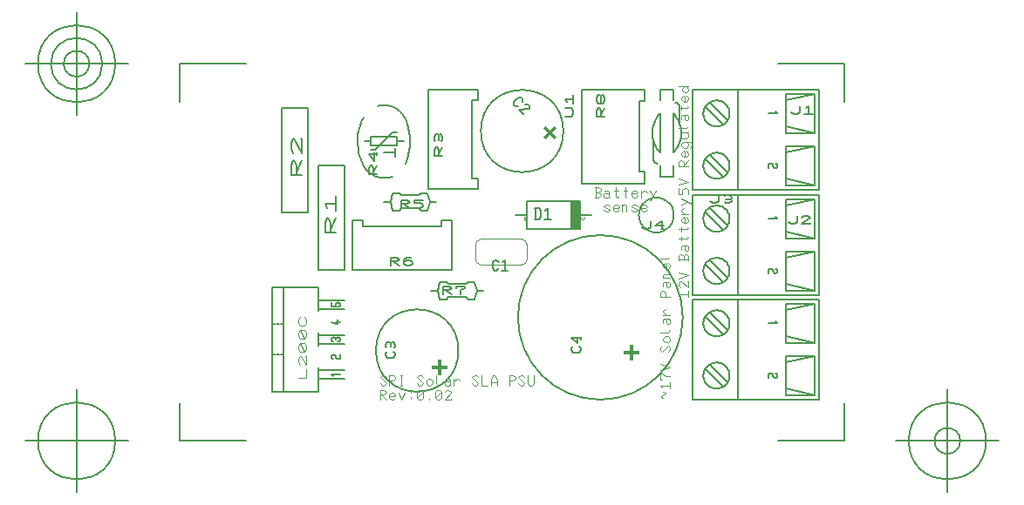
<source format=gbr>
G04 Generated by Ultiboard 11.0 *
%FSLAX25Y25*%
%MOIN*%

%ADD10C,0.00367*%
%ADD11C,0.00800*%
%ADD12C,0.00004*%
%ADD13C,0.00591*%
%ADD14C,0.00612*%
%ADD15C,0.00219*%
%ADD16C,0.00394*%
%ADD17C,0.00500*%
%ADD18C,0.00394*%


G04 ColorRGB FFFF00 for the following layer *
%LNSilkscreen Top*%
%LPD*%
%FSLAX25Y25*%
%MOIN*%
G54D10*
X124392Y79669D02*
X125960Y79669D01*
X125960Y79669D02*
X126744Y80457D01*
X126744Y80457D02*
X126744Y80850D01*
X126744Y80850D02*
X125960Y81638D01*
X125960Y81638D02*
X126744Y82425D01*
X126744Y82425D02*
X126744Y82819D01*
X126744Y82819D02*
X125960Y83606D01*
X125960Y83606D02*
X124784Y83606D01*
X124784Y83606D02*
X124392Y83606D01*
X124784Y81638D02*
X125960Y81638D01*
X124784Y83606D02*
X124784Y79669D01*
X128311Y82425D02*
X129487Y82425D01*
X129487Y82425D02*
X129879Y82031D01*
X129879Y82031D02*
X129879Y80063D01*
X129879Y80063D02*
X129487Y79669D01*
X129487Y79669D02*
X128311Y79669D01*
X128311Y79669D02*
X127920Y80063D01*
X127920Y80063D02*
X127920Y80850D01*
X127920Y80850D02*
X128311Y81244D01*
X128311Y81244D02*
X129879Y81244D01*
X129879Y80063D02*
X130271Y79669D01*
X133407Y80063D02*
X133015Y79669D01*
X133015Y79669D02*
X132623Y80063D01*
X132623Y80063D02*
X132623Y83606D01*
X131839Y82425D02*
X133407Y82425D01*
X136934Y80063D02*
X136542Y79669D01*
X136542Y79669D02*
X136150Y80063D01*
X136150Y80063D02*
X136150Y83606D01*
X135367Y82425D02*
X136934Y82425D01*
X140854Y80457D02*
X140070Y79669D01*
X140070Y79669D02*
X139286Y79669D01*
X139286Y79669D02*
X138502Y80457D01*
X138502Y80457D02*
X138502Y81638D01*
X138502Y81638D02*
X139286Y82425D01*
X139286Y82425D02*
X140070Y82425D01*
X140070Y82425D02*
X140854Y81638D01*
X140854Y81638D02*
X140462Y81244D01*
X140462Y81244D02*
X138502Y81244D01*
X142030Y81244D02*
X143206Y82425D01*
X143206Y82425D02*
X143598Y82425D01*
X143598Y82425D02*
X144381Y81638D01*
X142030Y79669D02*
X142030Y82425D01*
X145557Y78488D02*
X145949Y78488D01*
X145949Y78488D02*
X147909Y82425D01*
X145557Y82425D02*
X146733Y80063D01*
X127920Y74945D02*
X128703Y74157D01*
X128703Y74157D02*
X129487Y74157D01*
X129487Y74157D02*
X130271Y74945D01*
X130271Y74945D02*
X127920Y76126D01*
X127920Y76126D02*
X128703Y76913D01*
X128703Y76913D02*
X129487Y76913D01*
X129487Y76913D02*
X130271Y76126D01*
X133799Y74945D02*
X133015Y74157D01*
X133015Y74157D02*
X132231Y74157D01*
X132231Y74157D02*
X131447Y74945D01*
X131447Y74945D02*
X131447Y76126D01*
X131447Y76126D02*
X132231Y76913D01*
X132231Y76913D02*
X133015Y76913D01*
X133015Y76913D02*
X133799Y76126D01*
X133799Y76126D02*
X133407Y75732D01*
X133407Y75732D02*
X131447Y75732D01*
X134975Y74157D02*
X134975Y76520D01*
X134975Y76520D02*
X134975Y76913D01*
X134975Y76520D02*
X135367Y76913D01*
X135367Y76913D02*
X136150Y76913D01*
X136150Y76913D02*
X136542Y76520D01*
X136542Y76520D02*
X136542Y74157D01*
X138502Y74945D02*
X139286Y74157D01*
X139286Y74157D02*
X140070Y74157D01*
X140070Y74157D02*
X140854Y74945D01*
X140854Y74945D02*
X138502Y76126D01*
X138502Y76126D02*
X139286Y76913D01*
X139286Y76913D02*
X140070Y76913D01*
X140070Y76913D02*
X140854Y76126D01*
X144381Y74945D02*
X143598Y74157D01*
X143598Y74157D02*
X142814Y74157D01*
X142814Y74157D02*
X142030Y74945D01*
X142030Y74945D02*
X142030Y76126D01*
X142030Y76126D02*
X142814Y76913D01*
X142814Y76913D02*
X143598Y76913D01*
X143598Y76913D02*
X144381Y76126D01*
X144381Y76126D02*
X143990Y75732D01*
X143990Y75732D02*
X142030Y75732D01*
X42392Y8457D02*
X43176Y7669D01*
X43176Y7669D02*
X43960Y7669D01*
X43960Y7669D02*
X44744Y8457D01*
X44744Y8457D02*
X42392Y10819D01*
X42392Y10819D02*
X43176Y11606D01*
X43176Y11606D02*
X43960Y11606D01*
X43960Y11606D02*
X44744Y10819D01*
X45920Y7669D02*
X45920Y11606D01*
X45920Y11606D02*
X47487Y11606D01*
X47487Y11606D02*
X48271Y10819D01*
X48271Y10819D02*
X48271Y10425D01*
X48271Y10425D02*
X47487Y9638D01*
X47487Y9638D02*
X45920Y9638D01*
X46311Y9638D02*
X48271Y7669D01*
X50231Y7669D02*
X51015Y7669D01*
X50231Y11606D02*
X51015Y11606D01*
X50623Y7669D02*
X50623Y11606D01*
X56502Y8457D02*
X57286Y7669D01*
X57286Y7669D02*
X58070Y7669D01*
X58070Y7669D02*
X58854Y8457D01*
X58854Y8457D02*
X56502Y10819D01*
X56502Y10819D02*
X57286Y11606D01*
X57286Y11606D02*
X58070Y11606D01*
X58070Y11606D02*
X58854Y10819D01*
X60030Y8457D02*
X60814Y7669D01*
X60814Y7669D02*
X61598Y7669D01*
X61598Y7669D02*
X62381Y8457D01*
X62381Y8457D02*
X62381Y9638D01*
X62381Y9638D02*
X61598Y10425D01*
X61598Y10425D02*
X60814Y10425D01*
X60814Y10425D02*
X60030Y9638D01*
X60030Y9638D02*
X60030Y8457D01*
X63949Y11606D02*
X63949Y8457D01*
X63949Y8457D02*
X64733Y7669D01*
X67477Y10425D02*
X68653Y10425D01*
X68653Y10425D02*
X69045Y10031D01*
X69045Y10031D02*
X69045Y8063D01*
X69045Y8063D02*
X68653Y7669D01*
X68653Y7669D02*
X67477Y7669D01*
X67477Y7669D02*
X67085Y8063D01*
X67085Y8063D02*
X67085Y8850D01*
X67085Y8850D02*
X67477Y9244D01*
X67477Y9244D02*
X69045Y9244D01*
X69045Y8063D02*
X69437Y7669D01*
X70612Y9244D02*
X71788Y10425D01*
X71788Y10425D02*
X72180Y10425D01*
X72180Y10425D02*
X72964Y9638D01*
X70612Y7669D02*
X70612Y10425D01*
X77668Y8457D02*
X78451Y7669D01*
X78451Y7669D02*
X79235Y7669D01*
X79235Y7669D02*
X80019Y8457D01*
X80019Y8457D02*
X77668Y10819D01*
X77668Y10819D02*
X78451Y11606D01*
X78451Y11606D02*
X79235Y11606D01*
X79235Y11606D02*
X80019Y10819D01*
X81195Y11606D02*
X81195Y7669D01*
X81195Y7669D02*
X83547Y7669D01*
X84723Y7669D02*
X84723Y10031D01*
X84723Y10031D02*
X85507Y11606D01*
X85507Y11606D02*
X86290Y11606D01*
X86290Y11606D02*
X87074Y10031D01*
X87074Y10031D02*
X87074Y7669D01*
X84723Y8850D02*
X87074Y8850D01*
X91778Y7669D02*
X91778Y11606D01*
X91778Y11606D02*
X93346Y11606D01*
X93346Y11606D02*
X94129Y10819D01*
X94129Y10819D02*
X94129Y10425D01*
X94129Y10425D02*
X93346Y9638D01*
X93346Y9638D02*
X91778Y9638D01*
X95305Y8457D02*
X96089Y7669D01*
X96089Y7669D02*
X96873Y7669D01*
X96873Y7669D02*
X97657Y8457D01*
X97657Y8457D02*
X95305Y10819D01*
X95305Y10819D02*
X96089Y11606D01*
X96089Y11606D02*
X96873Y11606D01*
X96873Y11606D02*
X97657Y10819D01*
X98833Y11606D02*
X98833Y8457D01*
X98833Y8457D02*
X99617Y7669D01*
X99617Y7669D02*
X100401Y7669D01*
X100401Y7669D02*
X101185Y8457D01*
X101185Y8457D02*
X101185Y11606D01*
X42392Y2157D02*
X42392Y6094D01*
X42392Y6094D02*
X43960Y6094D01*
X43960Y6094D02*
X44744Y5307D01*
X44744Y5307D02*
X44744Y4913D01*
X44744Y4913D02*
X43960Y4126D01*
X43960Y4126D02*
X42392Y4126D01*
X42784Y4126D02*
X44744Y2157D01*
X48271Y2945D02*
X47487Y2157D01*
X47487Y2157D02*
X46703Y2157D01*
X46703Y2157D02*
X45920Y2945D01*
X45920Y2945D02*
X45920Y4126D01*
X45920Y4126D02*
X46703Y4913D01*
X46703Y4913D02*
X47487Y4913D01*
X47487Y4913D02*
X48271Y4126D01*
X48271Y4126D02*
X47879Y3732D01*
X47879Y3732D02*
X45920Y3732D01*
X49447Y4913D02*
X50623Y2157D01*
X50623Y2157D02*
X51799Y4913D01*
X54150Y5701D02*
X54150Y4913D01*
X54150Y2551D02*
X54150Y3339D01*
X56502Y5307D02*
X57286Y6094D01*
X57286Y6094D02*
X58070Y6094D01*
X58070Y6094D02*
X58854Y5307D01*
X58854Y5307D02*
X58854Y2945D01*
X58854Y2945D02*
X58070Y2157D01*
X58070Y2157D02*
X57286Y2157D01*
X57286Y2157D02*
X56502Y2945D01*
X56502Y2945D02*
X56502Y5307D01*
X58854Y5307D02*
X56502Y2945D01*
X61206Y2157D02*
X61206Y2551D01*
X63557Y5307D02*
X64341Y6094D01*
X64341Y6094D02*
X65125Y6094D01*
X65125Y6094D02*
X65909Y5307D01*
X65909Y5307D02*
X65909Y2945D01*
X65909Y2945D02*
X65125Y2157D01*
X65125Y2157D02*
X64341Y2157D01*
X64341Y2157D02*
X63557Y2945D01*
X63557Y2945D02*
X63557Y5307D01*
X65909Y5307D02*
X63557Y2945D01*
X67085Y5307D02*
X67869Y6094D01*
X67869Y6094D02*
X68653Y6094D01*
X68653Y6094D02*
X69437Y5307D01*
X69437Y5307D02*
X69437Y4913D01*
X69437Y4913D02*
X67085Y2157D01*
X67085Y2157D02*
X69437Y2157D01*
X69437Y2157D02*
X69437Y2551D01*
X157181Y41981D02*
X156394Y42765D01*
X156394Y42765D02*
X160331Y42765D01*
X160331Y41589D02*
X160331Y43941D01*
X157181Y45116D02*
X156394Y45900D01*
X156394Y45900D02*
X156394Y46684D01*
X156394Y46684D02*
X157181Y47468D01*
X157181Y47468D02*
X157575Y47468D01*
X157575Y47468D02*
X160331Y45116D01*
X160331Y45116D02*
X160331Y47468D01*
X160331Y47468D02*
X159937Y47468D01*
X156394Y48644D02*
X160331Y49820D01*
X160331Y49820D02*
X156394Y50996D01*
X160331Y55699D02*
X160331Y57267D01*
X160331Y57267D02*
X159543Y58051D01*
X159543Y58051D02*
X159150Y58051D01*
X159150Y58051D02*
X158362Y57267D01*
X158362Y57267D02*
X157575Y58051D01*
X157575Y58051D02*
X157181Y58051D01*
X157181Y58051D02*
X156394Y57267D01*
X156394Y57267D02*
X156394Y56091D01*
X156394Y56091D02*
X156394Y55699D01*
X158362Y56091D02*
X158362Y57267D01*
X156394Y56091D02*
X160331Y56091D01*
X157575Y59619D02*
X157575Y60794D01*
X157575Y60794D02*
X157969Y61186D01*
X157969Y61186D02*
X159937Y61186D01*
X159937Y61186D02*
X160331Y60794D01*
X160331Y60794D02*
X160331Y59619D01*
X160331Y59619D02*
X159937Y59227D01*
X159937Y59227D02*
X159150Y59227D01*
X159150Y59227D02*
X158756Y59619D01*
X158756Y59619D02*
X158756Y61186D01*
X159937Y61186D02*
X160331Y61578D01*
X159937Y64714D02*
X160331Y64322D01*
X160331Y64322D02*
X159937Y63930D01*
X159937Y63930D02*
X156394Y63930D01*
X157575Y63146D02*
X157575Y64714D01*
X159937Y68241D02*
X160331Y67850D01*
X160331Y67850D02*
X159937Y67458D01*
X159937Y67458D02*
X156394Y67458D01*
X157575Y66674D02*
X157575Y68241D01*
X159543Y72161D02*
X160331Y71377D01*
X160331Y71377D02*
X160331Y70593D01*
X160331Y70593D02*
X159543Y69809D01*
X159543Y69809D02*
X158362Y69809D01*
X158362Y69809D02*
X157575Y70593D01*
X157575Y70593D02*
X157575Y71377D01*
X157575Y71377D02*
X158362Y72161D01*
X158362Y72161D02*
X158756Y71769D01*
X158756Y71769D02*
X158756Y69809D01*
X158756Y73337D02*
X157575Y74513D01*
X157575Y74513D02*
X157575Y74905D01*
X157575Y74905D02*
X158362Y75689D01*
X160331Y73337D02*
X157575Y73337D01*
X161512Y76864D02*
X161512Y77256D01*
X161512Y77256D02*
X157575Y79216D01*
X157575Y76864D02*
X159937Y78040D01*
X150575Y2951D02*
X149787Y3343D01*
X149787Y3343D02*
X149787Y3735D01*
X149787Y3735D02*
X151362Y4519D01*
X151362Y4519D02*
X151362Y4911D01*
X151362Y4911D02*
X150575Y5303D01*
X150181Y6871D02*
X149394Y7654D01*
X149394Y7654D02*
X153331Y7654D01*
X153331Y6479D02*
X153331Y8830D01*
X153331Y11182D02*
X151362Y11182D01*
X151362Y11182D02*
X150181Y12358D01*
X150181Y12358D02*
X149394Y12358D01*
X149394Y12358D02*
X149394Y10006D01*
X149394Y10006D02*
X150181Y10006D01*
X149394Y13534D02*
X153331Y14710D01*
X153331Y14710D02*
X149394Y15885D01*
X152543Y20589D02*
X153331Y21373D01*
X153331Y21373D02*
X153331Y22157D01*
X153331Y22157D02*
X152543Y22941D01*
X152543Y22941D02*
X150181Y20589D01*
X150181Y20589D02*
X149394Y21373D01*
X149394Y21373D02*
X149394Y22157D01*
X149394Y22157D02*
X150181Y22941D01*
X152543Y24116D02*
X153331Y24900D01*
X153331Y24900D02*
X153331Y25684D01*
X153331Y25684D02*
X152543Y26468D01*
X152543Y26468D02*
X151362Y26468D01*
X151362Y26468D02*
X150575Y25684D01*
X150575Y25684D02*
X150575Y24900D01*
X150575Y24900D02*
X151362Y24116D01*
X151362Y24116D02*
X152543Y24116D01*
X149394Y28036D02*
X152543Y28036D01*
X152543Y28036D02*
X153331Y28820D01*
X150575Y31563D02*
X150575Y32739D01*
X150575Y32739D02*
X150969Y33131D01*
X150969Y33131D02*
X152937Y33131D01*
X152937Y33131D02*
X153331Y32739D01*
X153331Y32739D02*
X153331Y31563D01*
X153331Y31563D02*
X152937Y31171D01*
X152937Y31171D02*
X152150Y31171D01*
X152150Y31171D02*
X151756Y31563D01*
X151756Y31563D02*
X151756Y33131D01*
X152937Y33131D02*
X153331Y33523D01*
X151756Y34699D02*
X150575Y35875D01*
X150575Y35875D02*
X150575Y36267D01*
X150575Y36267D02*
X151362Y37051D01*
X153331Y34699D02*
X150575Y34699D01*
X153331Y41754D02*
X149394Y41754D01*
X149394Y41754D02*
X149394Y43322D01*
X149394Y43322D02*
X150181Y44106D01*
X150181Y44106D02*
X150575Y44106D01*
X150575Y44106D02*
X151362Y43322D01*
X151362Y43322D02*
X151362Y41754D01*
X150575Y45674D02*
X150575Y46850D01*
X150575Y46850D02*
X150969Y47241D01*
X150969Y47241D02*
X152937Y47241D01*
X152937Y47241D02*
X153331Y46850D01*
X153331Y46850D02*
X153331Y45674D01*
X153331Y45674D02*
X152937Y45282D01*
X152937Y45282D02*
X152150Y45282D01*
X152150Y45282D02*
X151756Y45674D01*
X151756Y45674D02*
X151756Y47241D01*
X152937Y47241D02*
X153331Y47633D01*
X153331Y48809D02*
X150969Y48809D01*
X150969Y48809D02*
X150575Y48809D01*
X150969Y48809D02*
X150575Y49201D01*
X150575Y49201D02*
X150575Y49985D01*
X150575Y49985D02*
X150969Y50377D01*
X150969Y50377D02*
X153331Y50377D01*
X152543Y54689D02*
X153331Y53905D01*
X153331Y53905D02*
X153331Y53121D01*
X153331Y53121D02*
X152543Y52337D01*
X152543Y52337D02*
X151362Y52337D01*
X151362Y52337D02*
X150575Y53121D01*
X150575Y53121D02*
X150575Y53905D01*
X150575Y53905D02*
X151362Y54689D01*
X151362Y54689D02*
X151756Y54297D01*
X151756Y54297D02*
X151756Y52337D01*
X149394Y56256D02*
X152543Y56256D01*
X152543Y56256D02*
X153331Y57040D01*
X156394Y83413D02*
X156394Y81061D01*
X156394Y81061D02*
X157969Y81061D01*
X157969Y81061D02*
X157969Y82629D01*
X157969Y82629D02*
X158756Y83413D01*
X158756Y83413D02*
X159543Y83413D01*
X159543Y83413D02*
X160331Y82629D01*
X160331Y82629D02*
X160331Y81061D01*
X156394Y84589D02*
X160331Y85765D01*
X160331Y85765D02*
X156394Y86941D01*
X160331Y91644D02*
X156394Y91644D01*
X156394Y91644D02*
X156394Y93212D01*
X156394Y93212D02*
X157181Y93996D01*
X157181Y93996D02*
X157575Y93996D01*
X157575Y93996D02*
X158362Y93212D01*
X158362Y93212D02*
X158362Y91644D01*
X158362Y92036D02*
X160331Y93996D01*
X159543Y97523D02*
X160331Y96739D01*
X160331Y96739D02*
X160331Y95955D01*
X160331Y95955D02*
X159543Y95171D01*
X159543Y95171D02*
X158362Y95171D01*
X158362Y95171D02*
X157575Y95955D01*
X157575Y95955D02*
X157575Y96739D01*
X157575Y96739D02*
X158362Y97523D01*
X158362Y97523D02*
X158756Y97131D01*
X158756Y97131D02*
X158756Y95171D01*
X160724Y98699D02*
X161512Y99483D01*
X161512Y99483D02*
X161512Y100267D01*
X161512Y100267D02*
X160724Y101051D01*
X160724Y101051D02*
X159543Y101051D01*
X159543Y101051D02*
X158362Y101051D01*
X158362Y101051D02*
X157575Y100267D01*
X157575Y100267D02*
X157575Y99483D01*
X157575Y99483D02*
X158362Y98699D01*
X158362Y98699D02*
X159543Y98699D01*
X159543Y98699D02*
X160331Y99483D01*
X160331Y99483D02*
X160331Y100267D01*
X160331Y100267D02*
X159543Y101051D01*
X157575Y102227D02*
X159543Y102227D01*
X159543Y102227D02*
X160331Y103010D01*
X160331Y103010D02*
X160331Y103794D01*
X160331Y103794D02*
X159543Y104578D01*
X159543Y104578D02*
X157575Y104578D01*
X159543Y104578D02*
X160331Y104578D01*
X156394Y106146D02*
X159543Y106146D01*
X159543Y106146D02*
X160331Y106930D01*
X157575Y109674D02*
X157575Y110850D01*
X157575Y110850D02*
X157969Y111241D01*
X157969Y111241D02*
X159937Y111241D01*
X159937Y111241D02*
X160331Y110850D01*
X160331Y110850D02*
X160331Y109674D01*
X160331Y109674D02*
X159937Y109282D01*
X159937Y109282D02*
X159150Y109282D01*
X159150Y109282D02*
X158756Y109674D01*
X158756Y109674D02*
X158756Y111241D01*
X159937Y111241D02*
X160331Y111633D01*
X159937Y114769D02*
X160331Y114377D01*
X160331Y114377D02*
X159937Y113985D01*
X159937Y113985D02*
X156394Y113985D01*
X157575Y113201D02*
X157575Y114769D01*
X159543Y118689D02*
X160331Y117905D01*
X160331Y117905D02*
X160331Y117121D01*
X160331Y117121D02*
X159543Y116337D01*
X159543Y116337D02*
X158362Y116337D01*
X158362Y116337D02*
X157575Y117121D01*
X157575Y117121D02*
X157575Y117905D01*
X157575Y117905D02*
X158362Y118689D01*
X158362Y118689D02*
X158756Y118297D01*
X158756Y118297D02*
X158756Y116337D01*
X159543Y122216D02*
X160331Y121432D01*
X160331Y121432D02*
X160331Y120648D01*
X160331Y120648D02*
X159543Y119864D01*
X159543Y119864D02*
X158756Y119864D01*
X158756Y119864D02*
X157969Y120648D01*
X157969Y120648D02*
X157969Y121432D01*
X157969Y121432D02*
X158756Y122216D01*
X156394Y122216D02*
X160331Y122216D01*
G54D11*
X113298Y110556D02*
X115679Y110556D01*
X115679Y110556D02*
X116274Y111667D01*
X116274Y111667D02*
X116274Y112778D01*
X116274Y112778D02*
X115679Y113889D01*
X115679Y113889D02*
X113298Y113889D01*
X113893Y116111D02*
X113298Y117222D01*
X113298Y117222D02*
X116274Y117222D01*
X116274Y115556D02*
X116274Y118889D01*
X128274Y110556D02*
X125298Y110556D01*
X125298Y110556D02*
X125298Y112778D01*
X125298Y112778D02*
X125893Y113889D01*
X125893Y113889D02*
X126190Y113889D01*
X126190Y113889D02*
X126786Y112778D01*
X126786Y112778D02*
X126786Y110556D01*
X126786Y111111D02*
X128274Y113889D01*
X128274Y117778D02*
X128274Y116667D01*
X128274Y116667D02*
X127679Y115556D01*
X127679Y115556D02*
X127083Y115556D01*
X127083Y115556D02*
X126786Y116111D01*
X126786Y116111D02*
X126488Y115556D01*
X126488Y115556D02*
X125893Y115556D01*
X125893Y115556D02*
X125298Y116667D01*
X125298Y116667D02*
X125298Y117778D01*
X125298Y117778D02*
X125893Y118889D01*
X125893Y118889D02*
X126488Y118889D01*
X126488Y118889D02*
X126786Y118333D01*
X126786Y118333D02*
X127083Y118889D01*
X127083Y118889D02*
X127679Y118889D01*
X127679Y118889D02*
X128274Y117778D01*
X126786Y116111D02*
X126786Y118333D01*
X118543Y22689D02*
X119331Y21905D01*
X119331Y21905D02*
X119331Y21121D01*
X119331Y21121D02*
X118543Y20337D01*
X118543Y20337D02*
X116181Y20337D01*
X116181Y20337D02*
X115394Y21121D01*
X115394Y21121D02*
X115394Y21905D01*
X115394Y21905D02*
X116181Y22689D01*
X117756Y26216D02*
X117756Y23864D01*
X117756Y23864D02*
X115394Y25824D01*
X115394Y25824D02*
X119331Y25824D01*
X119331Y25432D02*
X119331Y26216D01*
X66274Y95556D02*
X63298Y95556D01*
X63298Y95556D02*
X63298Y97778D01*
X63298Y97778D02*
X63893Y98889D01*
X63893Y98889D02*
X64190Y98889D01*
X64190Y98889D02*
X64786Y97778D01*
X64786Y97778D02*
X64786Y95556D01*
X64786Y96111D02*
X66274Y98889D01*
X63595Y101111D02*
X63298Y101667D01*
X63298Y101667D02*
X63298Y102778D01*
X63298Y102778D02*
X63893Y103889D01*
X63893Y103889D02*
X64488Y103889D01*
X64488Y103889D02*
X64786Y103333D01*
X64786Y103333D02*
X65083Y103889D01*
X65083Y103889D02*
X65679Y103889D01*
X65679Y103889D02*
X66274Y102778D01*
X66274Y102778D02*
X66274Y101667D01*
X66274Y101667D02*
X65976Y101111D01*
X64786Y101667D02*
X64786Y103333D01*
X50556Y75726D02*
X50556Y78702D01*
X50556Y78702D02*
X52778Y78702D01*
X52778Y78702D02*
X53889Y78107D01*
X53889Y78107D02*
X53889Y77810D01*
X53889Y77810D02*
X52778Y77214D01*
X52778Y77214D02*
X50556Y77214D01*
X51111Y77214D02*
X53889Y75726D01*
X58889Y78702D02*
X55556Y78702D01*
X55556Y78702D02*
X55556Y77512D01*
X55556Y77512D02*
X57778Y77512D01*
X57778Y77512D02*
X58889Y76917D01*
X58889Y76917D02*
X58889Y76321D01*
X58889Y76321D02*
X57778Y75726D01*
X57778Y75726D02*
X55556Y75726D01*
X66556Y42726D02*
X66556Y45702D01*
X66556Y45702D02*
X68778Y45702D01*
X68778Y45702D02*
X69889Y45107D01*
X69889Y45107D02*
X69889Y44810D01*
X69889Y44810D02*
X68778Y44214D01*
X68778Y44214D02*
X66556Y44214D01*
X67111Y44214D02*
X69889Y42726D01*
X73222Y42726D02*
X73222Y44214D01*
X73222Y44214D02*
X74889Y45107D01*
X74889Y45107D02*
X74889Y45702D01*
X74889Y45702D02*
X71556Y45702D01*
X71556Y45702D02*
X71556Y45107D01*
X46556Y53726D02*
X46556Y56702D01*
X46556Y56702D02*
X48778Y56702D01*
X48778Y56702D02*
X49889Y56107D01*
X49889Y56107D02*
X49889Y55810D01*
X49889Y55810D02*
X48778Y55214D01*
X48778Y55214D02*
X46556Y55214D01*
X47111Y55214D02*
X49889Y53726D01*
X54333Y56702D02*
X52667Y56702D01*
X52667Y56702D02*
X51556Y56107D01*
X51556Y56107D02*
X51556Y54917D01*
X51556Y54917D02*
X51556Y54321D01*
X51556Y54321D02*
X52667Y53726D01*
X52667Y53726D02*
X53778Y53726D01*
X53778Y53726D02*
X54889Y54321D01*
X54889Y54321D02*
X54889Y54917D01*
X54889Y54917D02*
X53778Y55512D01*
X53778Y55512D02*
X52667Y55512D01*
X52667Y55512D02*
X51556Y54917D01*
X47543Y20689D02*
X48331Y19905D01*
X48331Y19905D02*
X48331Y19121D01*
X48331Y19121D02*
X47543Y18337D01*
X47543Y18337D02*
X45181Y18337D01*
X45181Y18337D02*
X44394Y19121D01*
X44394Y19121D02*
X44394Y19905D01*
X44394Y19905D02*
X45181Y20689D01*
X44787Y22256D02*
X44394Y22648D01*
X44394Y22648D02*
X44394Y23432D01*
X44394Y23432D02*
X45181Y24216D01*
X45181Y24216D02*
X45969Y24216D01*
X45969Y24216D02*
X46362Y23824D01*
X46362Y23824D02*
X46756Y24216D01*
X46756Y24216D02*
X47543Y24216D01*
X47543Y24216D02*
X48331Y23432D01*
X48331Y23432D02*
X48331Y22648D01*
X48331Y22648D02*
X47937Y22256D01*
X46362Y22648D02*
X46362Y23824D01*
X25649Y66259D02*
X21423Y66259D01*
X21423Y66259D02*
X21423Y69963D01*
X21423Y69963D02*
X22268Y71815D01*
X22268Y71815D02*
X22690Y71815D01*
X22690Y71815D02*
X23536Y69963D01*
X23536Y69963D02*
X23536Y66259D01*
X23536Y67185D02*
X25649Y71815D01*
X22268Y75519D02*
X21423Y77370D01*
X21423Y77370D02*
X25649Y77370D01*
X25649Y74593D02*
X25649Y80148D01*
X12649Y88259D02*
X8423Y88259D01*
X8423Y88259D02*
X8423Y91963D01*
X8423Y91963D02*
X9268Y93815D01*
X9268Y93815D02*
X9690Y93815D01*
X9690Y93815D02*
X10536Y91963D01*
X10536Y91963D02*
X10536Y88259D01*
X10536Y89185D02*
X12649Y93815D01*
X9268Y96593D02*
X8423Y98444D01*
X8423Y98444D02*
X8423Y100296D01*
X8423Y100296D02*
X9268Y102148D01*
X9268Y102148D02*
X9690Y102148D01*
X9690Y102148D02*
X12649Y96593D01*
X12649Y96593D02*
X12649Y102148D01*
X12649Y102148D02*
X12226Y102148D01*
X41274Y88556D02*
X38298Y88556D01*
X38298Y88556D02*
X38298Y90778D01*
X38298Y90778D02*
X38893Y91889D01*
X38893Y91889D02*
X39190Y91889D01*
X39190Y91889D02*
X39786Y90778D01*
X39786Y90778D02*
X39786Y88556D01*
X39786Y89111D02*
X41274Y91889D01*
X40083Y96889D02*
X40083Y93556D01*
X40083Y93556D02*
X38298Y96333D01*
X38298Y96333D02*
X41274Y96333D01*
X41274Y95778D02*
X41274Y96889D01*
X95332Y114554D02*
X94221Y114552D01*
X94221Y114552D02*
X93667Y115106D01*
X93667Y115106D02*
X93669Y116217D01*
X93669Y116217D02*
X95339Y117888D01*
X95339Y117888D02*
X96451Y117890D01*
X96451Y117890D02*
X97005Y117336D01*
X97005Y117336D02*
X97002Y116225D01*
X97834Y115393D02*
X98945Y115396D01*
X98945Y115396D02*
X99499Y114842D01*
X99499Y114842D02*
X99497Y113730D01*
X99497Y113730D02*
X99218Y113452D01*
X99218Y113452D02*
X95607Y113166D01*
X95607Y113166D02*
X97270Y111503D01*
X97270Y111503D02*
X97548Y111782D01*
X168556Y78155D02*
X169667Y77560D01*
X169667Y77560D02*
X170778Y77560D01*
X170778Y77560D02*
X171889Y78155D01*
X171889Y78155D02*
X171889Y80536D01*
X174111Y80238D02*
X174667Y80536D01*
X174667Y80536D02*
X175778Y80536D01*
X175778Y80536D02*
X176889Y79940D01*
X176889Y79940D02*
X176889Y79345D01*
X176889Y79345D02*
X176333Y79048D01*
X176333Y79048D02*
X176889Y78750D01*
X176889Y78750D02*
X176889Y78155D01*
X176889Y78155D02*
X175778Y77560D01*
X175778Y77560D02*
X174667Y77560D01*
X174667Y77560D02*
X174111Y77857D01*
X174667Y79048D02*
X176333Y79048D01*
X199556Y112321D02*
X200667Y111726D01*
X200667Y111726D02*
X201778Y111726D01*
X201778Y111726D02*
X202889Y112321D01*
X202889Y112321D02*
X202889Y114702D01*
X205111Y114107D02*
X206222Y114702D01*
X206222Y114702D02*
X206222Y111726D01*
X204556Y111726D02*
X207889Y111726D01*
X198556Y70321D02*
X199667Y69726D01*
X199667Y69726D02*
X200778Y69726D01*
X200778Y69726D02*
X201889Y70321D01*
X201889Y70321D02*
X201889Y72702D01*
X203556Y72107D02*
X204667Y72702D01*
X204667Y72702D02*
X205778Y72702D01*
X205778Y72702D02*
X206889Y72107D01*
X206889Y72107D02*
X206889Y71810D01*
X206889Y71810D02*
X203556Y69726D01*
X203556Y69726D02*
X206889Y69726D01*
X206889Y69726D02*
X206889Y70024D01*
X142556Y68321D02*
X143667Y67726D01*
X143667Y67726D02*
X144778Y67726D01*
X144778Y67726D02*
X145889Y68321D01*
X145889Y68321D02*
X145889Y70702D01*
X150889Y68917D02*
X147556Y68917D01*
X147556Y68917D02*
X150333Y70702D01*
X150333Y70702D02*
X150333Y67726D01*
X149778Y67726D02*
X150889Y67726D01*
X119500Y85000D02*
X143500Y85000D01*
X143500Y121000D02*
X119500Y121000D01*
X119500Y121000D02*
X119500Y85000D01*
X141500Y89500D02*
X141500Y116500D01*
X143500Y89500D02*
X141500Y89500D01*
X143500Y85000D02*
X143500Y89500D01*
X141500Y116500D02*
X143500Y116500D01*
X143500Y116500D02*
X143500Y121000D01*
X154484Y96850D02*
X155107Y97530D01*
X155107Y97530D02*
X155669Y98263D01*
X155669Y98263D02*
X156165Y99042D01*
X156165Y99042D02*
X156592Y99861D01*
X156592Y99861D02*
X156945Y100714D01*
X156945Y100714D02*
X157223Y101594D01*
X157223Y101594D02*
X157423Y102496D01*
X157423Y102496D02*
X157543Y103411D01*
X157543Y103411D02*
X157583Y104333D01*
X157583Y104333D02*
X157543Y105256D01*
X157543Y105256D02*
X157423Y106171D01*
X157423Y106171D02*
X157223Y107073D01*
X157223Y107073D02*
X156945Y107953D01*
X156945Y107953D02*
X156592Y108806D01*
X156592Y108806D02*
X156165Y109625D01*
X156165Y109625D02*
X155669Y110404D01*
X155669Y110404D02*
X155107Y111136D01*
X155107Y111136D02*
X154484Y111817D01*
X147000Y94333D02*
X147006Y94188D01*
X147006Y94188D02*
X147025Y94044D01*
X147025Y94044D02*
X147057Y93902D01*
X147057Y93902D02*
X147100Y93763D01*
X147100Y93763D02*
X147156Y93629D01*
X147156Y93629D02*
X147223Y93500D01*
X147223Y93500D02*
X147301Y93377D01*
X147301Y93377D02*
X147390Y93262D01*
X147390Y93262D02*
X147488Y93155D01*
X147488Y93155D02*
X147595Y93057D01*
X147595Y93057D02*
X147711Y92968D01*
X147711Y92968D02*
X147833Y92890D01*
X147833Y92890D02*
X147962Y92823D01*
X147962Y92823D02*
X148097Y92767D01*
X148097Y92767D02*
X148235Y92723D01*
X148235Y92723D02*
X148377Y92692D01*
X148377Y92692D02*
X148521Y92673D01*
X148521Y92673D02*
X148667Y92667D01*
X148667Y92667D02*
X148667Y92667D01*
X147000Y101000D02*
X147000Y94333D01*
X154500Y91833D02*
X154500Y87667D01*
X149500Y87667D02*
X149500Y91833D01*
X154500Y87667D02*
X149500Y87667D01*
X154500Y111833D02*
X154500Y96833D01*
X149516Y111817D02*
X148893Y111136D01*
X148893Y111136D02*
X148331Y110404D01*
X148331Y110404D02*
X147835Y109625D01*
X147835Y109625D02*
X147408Y108806D01*
X147408Y108806D02*
X147055Y107953D01*
X147055Y107953D02*
X146777Y107072D01*
X146777Y107072D02*
X146577Y106171D01*
X146577Y106171D02*
X146457Y105256D01*
X146457Y105256D02*
X146417Y104333D01*
X146417Y104333D02*
X146457Y103411D01*
X146457Y103411D02*
X146577Y102496D01*
X146577Y102496D02*
X146777Y101594D01*
X146777Y101594D02*
X147055Y100714D01*
X147055Y100714D02*
X147408Y99861D01*
X147408Y99861D02*
X147835Y99042D01*
X147835Y99042D02*
X148331Y98263D01*
X148331Y98263D02*
X148893Y97530D01*
X148893Y97530D02*
X149516Y96850D01*
X149500Y111833D02*
X149500Y96833D01*
X157000Y107667D02*
X157000Y114333D01*
X157000Y114333D02*
X156994Y114479D01*
X156994Y114479D02*
X156975Y114623D01*
X156975Y114623D02*
X156943Y114765D01*
X156943Y114765D02*
X156900Y114903D01*
X156900Y114903D02*
X156844Y115038D01*
X156844Y115038D02*
X156777Y115167D01*
X156777Y115167D02*
X156699Y115289D01*
X156699Y115289D02*
X156610Y115405D01*
X156610Y115405D02*
X156512Y115512D01*
X156512Y115512D02*
X156405Y115610D01*
X156405Y115610D02*
X156289Y115699D01*
X156289Y115699D02*
X156167Y115777D01*
X156167Y115777D02*
X156038Y115844D01*
X156038Y115844D02*
X155903Y115899D01*
X155903Y115899D02*
X155765Y115943D01*
X155765Y115943D02*
X155623Y115975D01*
X155623Y115975D02*
X155479Y115994D01*
X155479Y115994D02*
X155333Y116000D01*
X154500Y121000D02*
X149500Y121000D01*
X154500Y116833D02*
X154500Y121000D01*
X149500Y121000D02*
X149500Y116833D01*
X95110Y33780D02*
G75*
D01*
G02X95110Y33780I31496J0*
G01*
X98291Y73000D02*
X94354Y73000D01*
X98488Y67685D02*
X118961Y67685D01*
X118961Y78315D02*
X98488Y78315D01*
X98488Y78315D02*
X98488Y67685D01*
X118961Y67685D02*
X118961Y78315D01*
X119000Y73000D02*
X123094Y73000D01*
X80000Y83000D02*
X61000Y83000D01*
X61000Y121000D02*
X80000Y121000D01*
X61000Y83000D02*
X61000Y121000D01*
X77500Y117000D02*
X77500Y87000D01*
X77500Y87000D02*
X80000Y87000D01*
X80000Y87000D02*
X80000Y83000D01*
X80000Y117000D02*
X77500Y117000D01*
X80000Y121000D02*
X80000Y117000D01*
X61500Y78000D02*
X64000Y78000D01*
X46500Y78000D02*
X47333Y74667D01*
X46500Y78000D02*
X47333Y81333D01*
X47333Y74667D02*
X49833Y74667D01*
X47333Y81333D02*
X49833Y81333D01*
X46500Y78000D02*
X44000Y78000D01*
X61500Y78000D02*
X60667Y81333D01*
X61500Y78000D02*
X60667Y74667D01*
X58167Y74667D02*
X57333Y75500D01*
X57333Y75500D02*
X50667Y75500D01*
X49833Y74667D02*
X50667Y75500D01*
X60667Y74667D02*
X58167Y74667D01*
X60667Y81333D02*
X58167Y81333D01*
X58167Y81333D02*
X57333Y80500D01*
X57333Y80500D02*
X50667Y80500D01*
X49833Y81333D02*
X50667Y80500D01*
X64500Y44000D02*
X62000Y44000D01*
X78667Y40667D02*
X76167Y40667D01*
X78667Y47333D02*
X76167Y47333D01*
X79500Y44000D02*
X78667Y47333D01*
X79500Y44000D02*
X78667Y40667D01*
X64500Y44000D02*
X65333Y47333D01*
X76167Y47333D02*
X75333Y46500D01*
X67833Y47333D02*
X68667Y46500D01*
X65333Y47333D02*
X67833Y47333D01*
X68667Y46500D02*
X75333Y46500D01*
X64500Y44000D02*
X65333Y40667D01*
X76167Y40667D02*
X75333Y41500D01*
X68667Y41500D02*
X75333Y41500D01*
X65333Y40667D02*
X67833Y40667D01*
X67833Y40667D02*
X68667Y41500D01*
X79500Y44000D02*
X82000Y44000D01*
X70000Y52000D02*
X32000Y52000D01*
X36000Y68500D02*
X66000Y68500D01*
X32000Y52000D02*
X32000Y71000D01*
X32000Y71000D02*
X36000Y71000D01*
X36000Y71000D02*
X36000Y68500D01*
X70000Y71000D02*
X70000Y52000D01*
X66000Y71000D02*
X70000Y71000D01*
X66000Y68500D02*
X66000Y71000D01*
X40858Y21087D02*
G75*
D01*
G02X40858Y21087I15748J0*
G01*
X19000Y92000D02*
X19000Y52000D01*
X29000Y52000D02*
X29000Y92000D01*
X19000Y52000D02*
X29000Y52000D01*
X29000Y92000D02*
X19000Y92000D01*
X1333Y5333D02*
X1333Y45333D01*
X5500Y5333D02*
X5500Y45333D01*
X1333Y31167D02*
X2167Y31167D01*
X3000Y31167D02*
X3833Y31167D01*
X5500Y31167D02*
X4667Y31167D01*
X25500Y31167D02*
X26333Y31167D01*
X26333Y31167D02*
X26333Y32833D01*
X23833Y32000D02*
X25500Y31167D01*
X18833Y5333D02*
X1333Y5333D01*
X1333Y19500D02*
X2167Y19500D01*
X3000Y19500D02*
X3833Y19500D01*
X5500Y19500D02*
X4667Y19500D01*
X18833Y14500D02*
X18833Y5333D01*
X18833Y13667D02*
X28833Y13667D01*
X18833Y10333D02*
X28833Y10333D01*
X23833Y12000D02*
X27167Y12000D01*
X24667Y11167D02*
X23833Y12000D01*
X18833Y27000D02*
X28833Y27000D01*
X18833Y23667D02*
X28833Y23667D01*
X26333Y24500D02*
X26406Y24503D01*
X26406Y24503D02*
X26478Y24513D01*
X26478Y24513D02*
X26549Y24529D01*
X26549Y24529D02*
X26618Y24550D01*
X26618Y24550D02*
X26686Y24578D01*
X26686Y24578D02*
X26750Y24612D01*
X26750Y24612D02*
X26811Y24651D01*
X26811Y24651D02*
X26869Y24695D01*
X26869Y24695D02*
X26923Y24744D01*
X26923Y24744D02*
X26972Y24798D01*
X26972Y24798D02*
X27016Y24855D01*
X27016Y24855D02*
X27055Y24917D01*
X27055Y24917D02*
X27089Y24981D01*
X27089Y24981D02*
X27117Y25048D01*
X27117Y25048D02*
X27138Y25118D01*
X27138Y25118D02*
X27154Y25189D01*
X27154Y25189D02*
X27164Y25261D01*
X27164Y25261D02*
X27167Y25333D01*
X27167Y25333D02*
X27164Y25406D01*
X27164Y25406D02*
X27154Y25478D01*
X27154Y25478D02*
X27138Y25549D01*
X27138Y25549D02*
X27117Y25618D01*
X27117Y25618D02*
X27089Y25686D01*
X27089Y25686D02*
X27055Y25750D01*
X27055Y25750D02*
X27016Y25811D01*
X27016Y25811D02*
X26972Y25869D01*
X26972Y25869D02*
X26923Y25923D01*
X26923Y25923D02*
X26869Y25972D01*
X26869Y25972D02*
X26811Y26016D01*
X26811Y26016D02*
X26750Y26055D01*
X26750Y26055D02*
X26686Y26089D01*
X26686Y26089D02*
X26618Y26117D01*
X26618Y26117D02*
X26549Y26138D01*
X26549Y26138D02*
X26478Y26154D01*
X26478Y26154D02*
X26406Y26164D01*
X26406Y26164D02*
X26333Y26167D01*
X26333Y26167D02*
X26261Y26164D01*
X26261Y26164D02*
X26189Y26154D01*
X26189Y26154D02*
X26118Y26138D01*
X26118Y26138D02*
X26048Y26117D01*
X26048Y26117D02*
X25981Y26089D01*
X25981Y26089D02*
X25917Y26055D01*
X25917Y26055D02*
X25855Y26016D01*
X25855Y26016D02*
X25798Y25972D01*
X25798Y25972D02*
X25744Y25923D01*
X25744Y25923D02*
X25695Y25869D01*
X25695Y25869D02*
X25651Y25811D01*
X25651Y25811D02*
X25612Y25750D01*
X25612Y25750D02*
X25578Y25686D01*
X25578Y25686D02*
X25550Y25618D01*
X25550Y25618D02*
X25529Y25549D01*
X25529Y25549D02*
X25513Y25478D01*
X25513Y25478D02*
X25503Y25406D01*
X25503Y25406D02*
X25500Y25333D01*
X26333Y17833D02*
X27167Y17833D01*
X27167Y17833D02*
X27167Y19500D01*
X25500Y18667D02*
X25503Y18594D01*
X25503Y18594D02*
X25513Y18522D01*
X25513Y18522D02*
X25529Y18451D01*
X25529Y18451D02*
X25550Y18382D01*
X25550Y18382D02*
X25578Y18314D01*
X25578Y18314D02*
X25612Y18250D01*
X25612Y18250D02*
X25651Y18189D01*
X25651Y18189D02*
X25695Y18131D01*
X25695Y18131D02*
X25744Y18077D01*
X25744Y18077D02*
X25798Y18028D01*
X25798Y18028D02*
X25855Y17984D01*
X25855Y17984D02*
X25917Y17945D01*
X25917Y17945D02*
X25981Y17911D01*
X25981Y17911D02*
X26048Y17883D01*
X26048Y17883D02*
X26118Y17862D01*
X26118Y17862D02*
X26189Y17846D01*
X26189Y17846D02*
X26261Y17836D01*
X26261Y17836D02*
X26333Y17833D01*
X26333Y17833D02*
X26333Y17833D01*
X25500Y18667D02*
X25497Y18739D01*
X25497Y18739D02*
X25487Y18811D01*
X25487Y18811D02*
X25471Y18882D01*
X25471Y18882D02*
X25450Y18952D01*
X25450Y18952D02*
X25422Y19019D01*
X25422Y19019D02*
X25388Y19083D01*
X25388Y19083D02*
X25349Y19145D01*
X25349Y19145D02*
X25305Y19202D01*
X25305Y19202D02*
X25256Y19256D01*
X25256Y19256D02*
X25202Y19305D01*
X25202Y19305D02*
X25145Y19349D01*
X25145Y19349D02*
X25083Y19388D01*
X25083Y19388D02*
X25019Y19422D01*
X25019Y19422D02*
X24952Y19450D01*
X24952Y19450D02*
X24882Y19471D01*
X24882Y19471D02*
X24811Y19487D01*
X24811Y19487D02*
X24739Y19497D01*
X24739Y19497D02*
X24667Y19500D01*
X24667Y19500D02*
X24594Y19497D01*
X24594Y19497D02*
X24522Y19487D01*
X24522Y19487D02*
X24451Y19471D01*
X24451Y19471D02*
X24382Y19450D01*
X24382Y19450D02*
X24314Y19422D01*
X24314Y19422D02*
X24250Y19388D01*
X24250Y19388D02*
X24189Y19349D01*
X24189Y19349D02*
X24131Y19305D01*
X24131Y19305D02*
X24077Y19256D01*
X24077Y19256D02*
X24028Y19202D01*
X24028Y19202D02*
X23984Y19145D01*
X23984Y19145D02*
X23945Y19083D01*
X23945Y19083D02*
X23911Y19019D01*
X23911Y19019D02*
X23883Y18952D01*
X23883Y18952D02*
X23862Y18882D01*
X23862Y18882D02*
X23846Y18811D01*
X23846Y18811D02*
X23836Y18739D01*
X23836Y18739D02*
X23833Y18667D01*
X23833Y18667D02*
X23836Y18594D01*
X23836Y18594D02*
X23846Y18522D01*
X23846Y18522D02*
X23862Y18451D01*
X23862Y18451D02*
X23883Y18382D01*
X23883Y18382D02*
X23911Y18314D01*
X23911Y18314D02*
X23945Y18250D01*
X23945Y18250D02*
X23984Y18189D01*
X23984Y18189D02*
X24028Y18131D01*
X24028Y18131D02*
X24077Y18077D01*
X24077Y18077D02*
X24131Y18028D01*
X24131Y18028D02*
X24189Y17984D01*
X24189Y17984D02*
X24250Y17945D01*
X24250Y17945D02*
X24314Y17911D01*
X24314Y17911D02*
X24382Y17883D01*
X24382Y17883D02*
X24451Y17862D01*
X24451Y17862D02*
X24522Y17846D01*
X24522Y17846D02*
X24594Y17836D01*
X24594Y17836D02*
X24667Y17833D01*
X24667Y17833D02*
X24667Y17833D01*
X25500Y25333D02*
X25497Y25406D01*
X25497Y25406D02*
X25487Y25478D01*
X25487Y25478D02*
X25471Y25549D01*
X25471Y25549D02*
X25450Y25618D01*
X25450Y25618D02*
X25422Y25686D01*
X25422Y25686D02*
X25388Y25750D01*
X25388Y25750D02*
X25349Y25811D01*
X25349Y25811D02*
X25305Y25869D01*
X25305Y25869D02*
X25256Y25923D01*
X25256Y25923D02*
X25202Y25972D01*
X25202Y25972D02*
X25145Y26016D01*
X25145Y26016D02*
X25083Y26055D01*
X25083Y26055D02*
X25019Y26089D01*
X25019Y26089D02*
X24952Y26117D01*
X24952Y26117D02*
X24882Y26138D01*
X24882Y26138D02*
X24811Y26154D01*
X24811Y26154D02*
X24739Y26164D01*
X24739Y26164D02*
X24667Y26167D01*
X24667Y26167D02*
X24594Y26164D01*
X24594Y26164D02*
X24522Y26154D01*
X24522Y26154D02*
X24451Y26138D01*
X24451Y26138D02*
X24382Y26117D01*
X24382Y26117D02*
X24314Y26089D01*
X24314Y26089D02*
X24250Y26055D01*
X24250Y26055D02*
X24189Y26016D01*
X24189Y26016D02*
X24131Y25972D01*
X24131Y25972D02*
X24077Y25923D01*
X24077Y25923D02*
X24028Y25869D01*
X24028Y25869D02*
X23984Y25811D01*
X23984Y25811D02*
X23945Y25750D01*
X23945Y25750D02*
X23911Y25686D01*
X23911Y25686D02*
X23883Y25618D01*
X23883Y25618D02*
X23862Y25549D01*
X23862Y25549D02*
X23846Y25478D01*
X23846Y25478D02*
X23836Y25406D01*
X23836Y25406D02*
X23833Y25333D01*
X23833Y25333D02*
X23836Y25261D01*
X23836Y25261D02*
X23846Y25189D01*
X23846Y25189D02*
X23862Y25118D01*
X23862Y25118D02*
X23883Y25048D01*
X23883Y25048D02*
X23911Y24981D01*
X23911Y24981D02*
X23945Y24917D01*
X23945Y24917D02*
X23984Y24855D01*
X23984Y24855D02*
X24028Y24798D01*
X24028Y24798D02*
X24077Y24744D01*
X24077Y24744D02*
X24131Y24695D01*
X24131Y24695D02*
X24189Y24651D01*
X24189Y24651D02*
X24250Y24612D01*
X24250Y24612D02*
X24314Y24578D01*
X24314Y24578D02*
X24382Y24550D01*
X24382Y24550D02*
X24451Y24529D01*
X24451Y24529D02*
X24522Y24513D01*
X24522Y24513D02*
X24594Y24503D01*
X24594Y24503D02*
X24667Y24500D01*
X24667Y24500D02*
X24667Y24500D01*
X18833Y22833D02*
X18833Y27833D01*
X1333Y45333D02*
X18833Y45333D01*
X18833Y45333D02*
X18833Y36167D01*
X18833Y37000D02*
X28833Y37000D01*
X18833Y40333D02*
X28833Y40333D01*
X25500Y32000D02*
X27167Y32000D01*
X26333Y37833D02*
X26406Y37836D01*
X26406Y37836D02*
X26478Y37846D01*
X26478Y37846D02*
X26549Y37862D01*
X26549Y37862D02*
X26618Y37883D01*
X26618Y37883D02*
X26686Y37911D01*
X26686Y37911D02*
X26750Y37945D01*
X26750Y37945D02*
X26811Y37984D01*
X26811Y37984D02*
X26869Y38028D01*
X26869Y38028D02*
X26923Y38077D01*
X26923Y38077D02*
X26972Y38131D01*
X26972Y38131D02*
X27016Y38189D01*
X27016Y38189D02*
X27055Y38250D01*
X27055Y38250D02*
X27089Y38314D01*
X27089Y38314D02*
X27117Y38382D01*
X27117Y38382D02*
X27138Y38451D01*
X27138Y38451D02*
X27154Y38522D01*
X27154Y38522D02*
X27164Y38594D01*
X27164Y38594D02*
X27167Y38667D01*
X27167Y38667D02*
X27164Y38739D01*
X27164Y38739D02*
X27154Y38811D01*
X27154Y38811D02*
X27138Y38882D01*
X27138Y38882D02*
X27117Y38952D01*
X27117Y38952D02*
X27089Y39019D01*
X27089Y39019D02*
X27055Y39083D01*
X27055Y39083D02*
X27016Y39145D01*
X27016Y39145D02*
X26972Y39202D01*
X26972Y39202D02*
X26923Y39256D01*
X26923Y39256D02*
X26869Y39305D01*
X26869Y39305D02*
X26811Y39349D01*
X26811Y39349D02*
X26750Y39388D01*
X26750Y39388D02*
X26686Y39422D01*
X26686Y39422D02*
X26618Y39450D01*
X26618Y39450D02*
X26549Y39471D01*
X26549Y39471D02*
X26478Y39487D01*
X26478Y39487D02*
X26406Y39497D01*
X26406Y39497D02*
X26333Y39500D01*
X26333Y39500D02*
X26261Y39497D01*
X26261Y39497D02*
X26189Y39487D01*
X26189Y39487D02*
X26118Y39471D01*
X26118Y39471D02*
X26048Y39450D01*
X26048Y39450D02*
X25981Y39422D01*
X25981Y39422D02*
X25917Y39388D01*
X25917Y39388D02*
X25855Y39349D01*
X25855Y39349D02*
X25798Y39305D01*
X25798Y39305D02*
X25744Y39256D01*
X25744Y39256D02*
X25695Y39202D01*
X25695Y39202D02*
X25651Y39145D01*
X25651Y39145D02*
X25612Y39083D01*
X25612Y39083D02*
X25578Y39019D01*
X25578Y39019D02*
X25550Y38952D01*
X25550Y38952D02*
X25529Y38882D01*
X25529Y38882D02*
X25513Y38811D01*
X25513Y38811D02*
X25503Y38739D01*
X25503Y38739D02*
X25500Y38667D01*
X25500Y37833D02*
X23833Y37833D01*
X23833Y37833D02*
X23833Y39500D01*
X25500Y38667D02*
X25500Y37833D01*
X5000Y114000D02*
X5000Y74000D01*
X15000Y74000D02*
X15000Y114000D01*
X5000Y74000D02*
X15000Y74000D01*
X15000Y114000D02*
X5000Y114000D01*
X36031Y110322D02*
X35302Y108721D01*
X35302Y108721D02*
X34715Y107063D01*
X34715Y107063D02*
X34274Y105359D01*
X34274Y105359D02*
X33984Y103624D01*
X33984Y103624D02*
X33846Y101870D01*
X33846Y101870D02*
X33861Y100111D01*
X33861Y100111D02*
X34030Y98360D01*
X34030Y98360D02*
X34350Y96630D01*
X34350Y96630D02*
X34820Y94935D01*
X34820Y94935D02*
X35436Y93287D01*
X35436Y93287D02*
X36194Y91699D01*
X36194Y91699D02*
X36362Y91390D01*
X52051Y92749D02*
X52716Y94355D01*
X52716Y94355D02*
X53238Y96012D01*
X53238Y96012D02*
X53614Y97708D01*
X53614Y97708D02*
X53841Y99431D01*
X53841Y99431D02*
X53917Y101167D01*
X53917Y101167D02*
X53841Y102902D01*
X53841Y102902D02*
X53614Y104625D01*
X53614Y104625D02*
X53238Y106321D01*
X53238Y106321D02*
X52716Y107978D01*
X52716Y107978D02*
X52051Y109584D01*
X52051Y109584D02*
X51248Y111125D01*
X51248Y111125D02*
X50704Y112014D01*
X36539Y91134D02*
X37006Y90503D01*
X37006Y90503D02*
X37526Y89915D01*
X37526Y89915D02*
X38095Y89374D01*
X38095Y89374D02*
X38710Y88885D01*
X38710Y88885D02*
X39365Y88452D01*
X39365Y88452D02*
X40055Y88077D01*
X40055Y88077D02*
X40775Y87764D01*
X40775Y87764D02*
X41519Y87515D01*
X41519Y87515D02*
X42283Y87332D01*
X42283Y87332D02*
X43059Y87216D01*
X43059Y87216D02*
X43843Y87168D01*
X43843Y87168D02*
X44628Y87188D01*
X44628Y87188D02*
X45408Y87277D01*
X45408Y87277D02*
X46177Y87434D01*
X46177Y87434D02*
X46930Y87657D01*
X46930Y87657D02*
X47225Y87764D01*
X39000Y99500D02*
X49000Y99500D01*
X49000Y102833D02*
X39000Y102833D01*
X50667Y111962D02*
X50136Y112521D01*
X50136Y112521D02*
X49559Y113031D01*
X49559Y113031D02*
X48940Y113490D01*
X48940Y113490D02*
X48282Y113892D01*
X48282Y113892D02*
X47593Y114236D01*
X47593Y114236D02*
X46876Y114519D01*
X46876Y114519D02*
X46137Y114737D01*
X46137Y114737D02*
X45382Y114891D01*
X45382Y114891D02*
X44616Y114978D01*
X44616Y114978D02*
X43846Y114999D01*
X43846Y114999D02*
X43077Y114951D01*
X43077Y114951D02*
X42315Y114838D01*
X42315Y114838D02*
X41565Y114658D01*
X41565Y114658D02*
X41565Y114658D01*
X44000Y97000D02*
X48167Y97000D01*
X47333Y104500D02*
X40667Y97833D01*
X49000Y104500D02*
X47333Y104500D01*
X40667Y97833D02*
X39000Y97833D01*
X39000Y101167D02*
X36500Y101167D01*
X39000Y99500D02*
X39000Y102833D01*
X48167Y98667D02*
X48167Y95333D01*
X49000Y101167D02*
X51500Y101167D01*
X49000Y99500D02*
X49000Y102833D01*
X80963Y105113D02*
G75*
D01*
G02X80963Y105113I15748J0*
G01*
X161833Y121000D02*
X210167Y121000D01*
X210167Y82667D02*
X161833Y82667D01*
X171000Y86833D02*
X171436Y86852D01*
X171436Y86852D02*
X171868Y86909D01*
X171868Y86909D02*
X172294Y87004D01*
X172294Y87004D02*
X172710Y87135D01*
X172710Y87135D02*
X173113Y87302D01*
X173113Y87302D02*
X173500Y87503D01*
X173500Y87503D02*
X173868Y87738D01*
X173868Y87738D02*
X174214Y88003D01*
X174214Y88003D02*
X174536Y88298D01*
X174536Y88298D02*
X174830Y88619D01*
X174830Y88619D02*
X175096Y88965D01*
X175096Y88965D02*
X175330Y89333D01*
X175330Y89333D02*
X175532Y89720D01*
X175532Y89720D02*
X175698Y90123D01*
X175698Y90123D02*
X175830Y90539D01*
X175830Y90539D02*
X175924Y90965D01*
X175924Y90965D02*
X175981Y91398D01*
X175981Y91398D02*
X176000Y91833D01*
X176000Y91833D02*
X175981Y92269D01*
X175981Y92269D02*
X175924Y92702D01*
X175924Y92702D02*
X175830Y93127D01*
X175830Y93127D02*
X175698Y93543D01*
X175698Y93543D02*
X175532Y93946D01*
X175532Y93946D02*
X175330Y94333D01*
X175330Y94333D02*
X175096Y94701D01*
X175096Y94701D02*
X174830Y95047D01*
X174830Y95047D02*
X174536Y95369D01*
X174536Y95369D02*
X174214Y95664D01*
X174214Y95664D02*
X173868Y95929D01*
X173868Y95929D02*
X173500Y96163D01*
X173500Y96163D02*
X173113Y96365D01*
X173113Y96365D02*
X172710Y96532D01*
X172710Y96532D02*
X172294Y96663D01*
X172294Y96663D02*
X171868Y96757D01*
X171868Y96757D02*
X171436Y96814D01*
X171436Y96814D02*
X171000Y96833D01*
X171000Y96833D02*
X170564Y96814D01*
X170564Y96814D02*
X170132Y96757D01*
X170132Y96757D02*
X169706Y96663D01*
X169706Y96663D02*
X169290Y96532D01*
X169290Y96532D02*
X168887Y96365D01*
X168887Y96365D02*
X168500Y96163D01*
X168500Y96163D02*
X168132Y95929D01*
X168132Y95929D02*
X167786Y95664D01*
X167786Y95664D02*
X167464Y95369D01*
X167464Y95369D02*
X167170Y95047D01*
X167170Y95047D02*
X166904Y94701D01*
X166904Y94701D02*
X166670Y94333D01*
X166670Y94333D02*
X166468Y93946D01*
X166468Y93946D02*
X166302Y93543D01*
X166302Y93543D02*
X166170Y93127D01*
X166170Y93127D02*
X166076Y92702D01*
X166076Y92702D02*
X166019Y92269D01*
X166019Y92269D02*
X166000Y91833D01*
X166000Y91833D02*
X166019Y91398D01*
X166019Y91398D02*
X166076Y90965D01*
X166076Y90965D02*
X166170Y90539D01*
X166170Y90539D02*
X166302Y90123D01*
X166302Y90123D02*
X166468Y89720D01*
X166468Y89720D02*
X166670Y89333D01*
X166670Y89333D02*
X166904Y88965D01*
X166904Y88965D02*
X167170Y88619D01*
X167170Y88619D02*
X167464Y88298D01*
X167464Y88298D02*
X167786Y88003D01*
X167786Y88003D02*
X168132Y87738D01*
X168132Y87738D02*
X168500Y87503D01*
X168500Y87503D02*
X168887Y87302D01*
X168887Y87302D02*
X169290Y87135D01*
X169290Y87135D02*
X169706Y87004D01*
X169706Y87004D02*
X170132Y86909D01*
X170132Y86909D02*
X170564Y86852D01*
X170564Y86852D02*
X171000Y86833D01*
X168500Y96000D02*
X175167Y89333D01*
X173500Y87667D02*
X166833Y94333D01*
X161833Y82667D02*
X161833Y121000D01*
X179333Y121000D02*
X179333Y82667D01*
X171000Y106833D02*
X171436Y106852D01*
X171436Y106852D02*
X171868Y106909D01*
X171868Y106909D02*
X172294Y107004D01*
X172294Y107004D02*
X172710Y107135D01*
X172710Y107135D02*
X173113Y107302D01*
X173113Y107302D02*
X173500Y107503D01*
X173500Y107503D02*
X173868Y107738D01*
X173868Y107738D02*
X174214Y108003D01*
X174214Y108003D02*
X174536Y108298D01*
X174536Y108298D02*
X174830Y108619D01*
X174830Y108619D02*
X175096Y108965D01*
X175096Y108965D02*
X175330Y109333D01*
X175330Y109333D02*
X175532Y109720D01*
X175532Y109720D02*
X175698Y110123D01*
X175698Y110123D02*
X175830Y110539D01*
X175830Y110539D02*
X175924Y110965D01*
X175924Y110965D02*
X175981Y111398D01*
X175981Y111398D02*
X176000Y111833D01*
X176000Y111833D02*
X175981Y112269D01*
X175981Y112269D02*
X175924Y112702D01*
X175924Y112702D02*
X175830Y113127D01*
X175830Y113127D02*
X175698Y113543D01*
X175698Y113543D02*
X175532Y113946D01*
X175532Y113946D02*
X175330Y114333D01*
X175330Y114333D02*
X175096Y114701D01*
X175096Y114701D02*
X174830Y115047D01*
X174830Y115047D02*
X174536Y115369D01*
X174536Y115369D02*
X174214Y115664D01*
X174214Y115664D02*
X173868Y115929D01*
X173868Y115929D02*
X173500Y116163D01*
X173500Y116163D02*
X173113Y116365D01*
X173113Y116365D02*
X172710Y116532D01*
X172710Y116532D02*
X172294Y116663D01*
X172294Y116663D02*
X171868Y116757D01*
X171868Y116757D02*
X171436Y116814D01*
X171436Y116814D02*
X171000Y116833D01*
X171000Y116833D02*
X170564Y116814D01*
X170564Y116814D02*
X170132Y116757D01*
X170132Y116757D02*
X169706Y116663D01*
X169706Y116663D02*
X169290Y116532D01*
X169290Y116532D02*
X168887Y116365D01*
X168887Y116365D02*
X168500Y116163D01*
X168500Y116163D02*
X168132Y115929D01*
X168132Y115929D02*
X167786Y115664D01*
X167786Y115664D02*
X167464Y115369D01*
X167464Y115369D02*
X167170Y115047D01*
X167170Y115047D02*
X166904Y114701D01*
X166904Y114701D02*
X166670Y114333D01*
X166670Y114333D02*
X166468Y113946D01*
X166468Y113946D02*
X166302Y113543D01*
X166302Y113543D02*
X166170Y113127D01*
X166170Y113127D02*
X166076Y112702D01*
X166076Y112702D02*
X166019Y112269D01*
X166019Y112269D02*
X166000Y111833D01*
X166000Y111833D02*
X166019Y111398D01*
X166019Y111398D02*
X166076Y110965D01*
X166076Y110965D02*
X166170Y110539D01*
X166170Y110539D02*
X166302Y110123D01*
X166302Y110123D02*
X166468Y109720D01*
X166468Y109720D02*
X166670Y109333D01*
X166670Y109333D02*
X166904Y108965D01*
X166904Y108965D02*
X167170Y108619D01*
X167170Y108619D02*
X167464Y108298D01*
X167464Y108298D02*
X167786Y108003D01*
X167786Y108003D02*
X168132Y107738D01*
X168132Y107738D02*
X168500Y107503D01*
X168500Y107503D02*
X168887Y107302D01*
X168887Y107302D02*
X169290Y107135D01*
X169290Y107135D02*
X169706Y107004D01*
X169706Y107004D02*
X170132Y106909D01*
X170132Y106909D02*
X170564Y106852D01*
X170564Y106852D02*
X171000Y106833D01*
X168500Y116000D02*
X175167Y109333D01*
X173500Y107667D02*
X166833Y114333D01*
X208500Y84333D02*
X208500Y99333D01*
X197667Y99333D02*
X197667Y84333D01*
X210167Y121000D02*
X210167Y82667D01*
X208500Y84333D02*
X197667Y86833D01*
X197667Y84333D02*
X208500Y84333D01*
X192667Y91833D02*
X192670Y91761D01*
X192670Y91761D02*
X192679Y91689D01*
X192679Y91689D02*
X192695Y91618D01*
X192695Y91618D02*
X192717Y91548D01*
X192717Y91548D02*
X192745Y91481D01*
X192745Y91481D02*
X192778Y91417D01*
X192778Y91417D02*
X192817Y91355D01*
X192817Y91355D02*
X192862Y91298D01*
X192862Y91298D02*
X192911Y91244D01*
X192911Y91244D02*
X192964Y91195D01*
X192964Y91195D02*
X193022Y91151D01*
X193022Y91151D02*
X193083Y91112D01*
X193083Y91112D02*
X193148Y91078D01*
X193148Y91078D02*
X193215Y91050D01*
X193215Y91050D02*
X193284Y91028D01*
X193284Y91028D02*
X193355Y91013D01*
X193355Y91013D02*
X193427Y91003D01*
X193427Y91003D02*
X193500Y91000D01*
X193500Y91000D02*
X193573Y91003D01*
X193573Y91003D02*
X193645Y91013D01*
X193645Y91013D02*
X193716Y91028D01*
X193716Y91028D02*
X193785Y91050D01*
X193785Y91050D02*
X193852Y91078D01*
X193852Y91078D02*
X193917Y91112D01*
X193917Y91112D02*
X193978Y91151D01*
X193978Y91151D02*
X194036Y91195D01*
X194036Y91195D02*
X194089Y91244D01*
X194089Y91244D02*
X194138Y91298D01*
X194138Y91298D02*
X194183Y91355D01*
X194183Y91355D02*
X194222Y91417D01*
X194222Y91417D02*
X194255Y91481D01*
X194255Y91481D02*
X194283Y91548D01*
X194283Y91548D02*
X194305Y91618D01*
X194305Y91618D02*
X194321Y91689D01*
X194321Y91689D02*
X194330Y91761D01*
X194330Y91761D02*
X194333Y91833D01*
X194333Y91833D02*
X194330Y91906D01*
X194330Y91906D02*
X194321Y91978D01*
X194321Y91978D02*
X194305Y92049D01*
X194305Y92049D02*
X194283Y92118D01*
X194283Y92118D02*
X194255Y92186D01*
X194255Y92186D02*
X194222Y92250D01*
X194222Y92250D02*
X194183Y92311D01*
X194183Y92311D02*
X194138Y92369D01*
X194138Y92369D02*
X194089Y92423D01*
X194089Y92423D02*
X194036Y92472D01*
X194036Y92472D02*
X193978Y92516D01*
X193978Y92516D02*
X193917Y92555D01*
X193917Y92555D02*
X193852Y92589D01*
X193852Y92589D02*
X193785Y92616D01*
X193785Y92616D02*
X193716Y92638D01*
X193716Y92638D02*
X193645Y92654D01*
X193645Y92654D02*
X193573Y92663D01*
X193573Y92663D02*
X193500Y92667D01*
X191000Y91000D02*
X191000Y92667D01*
X192667Y91833D02*
X192664Y91906D01*
X192664Y91906D02*
X192654Y91978D01*
X192654Y91978D02*
X192638Y92049D01*
X192638Y92049D02*
X192617Y92118D01*
X192617Y92118D02*
X192589Y92186D01*
X192589Y92186D02*
X192555Y92250D01*
X192555Y92250D02*
X192516Y92311D01*
X192516Y92311D02*
X192472Y92369D01*
X192472Y92369D02*
X192423Y92423D01*
X192423Y92423D02*
X192369Y92472D01*
X192369Y92472D02*
X192311Y92516D01*
X192311Y92516D02*
X192250Y92555D01*
X192250Y92555D02*
X192186Y92589D01*
X192186Y92589D02*
X192118Y92616D01*
X192118Y92616D02*
X192049Y92638D01*
X192049Y92638D02*
X191978Y92654D01*
X191978Y92654D02*
X191906Y92663D01*
X191906Y92663D02*
X191833Y92667D01*
X191000Y92667D02*
X191833Y92667D01*
X208500Y104333D02*
X197667Y106833D01*
X197667Y96833D02*
X208500Y99333D01*
X208500Y99333D02*
X197667Y99333D01*
X197667Y104333D02*
X208500Y104333D01*
X197667Y116833D02*
X208500Y119333D01*
X208500Y119333D02*
X197667Y119333D01*
X197667Y119333D02*
X197667Y104333D01*
X191000Y111833D02*
X194333Y111833D01*
X194333Y111833D02*
X193500Y112667D01*
X208500Y104333D02*
X208500Y119333D01*
X210167Y42423D02*
X161833Y42423D01*
X161833Y80756D02*
X210167Y80756D01*
X161833Y42423D02*
X161833Y80756D01*
X179333Y80756D02*
X179333Y42423D01*
X171000Y46590D02*
X171436Y46609D01*
X171436Y46609D02*
X171868Y46666D01*
X171868Y46666D02*
X172294Y46760D01*
X172294Y46760D02*
X172710Y46891D01*
X172710Y46891D02*
X173113Y47058D01*
X173113Y47058D02*
X173500Y47260D01*
X173500Y47260D02*
X173868Y47494D01*
X173868Y47494D02*
X174214Y47760D01*
X174214Y47760D02*
X174536Y48054D01*
X174536Y48054D02*
X174830Y48376D01*
X174830Y48376D02*
X175096Y48722D01*
X175096Y48722D02*
X175330Y49090D01*
X175330Y49090D02*
X175532Y49477D01*
X175532Y49477D02*
X175698Y49880D01*
X175698Y49880D02*
X175830Y50296D01*
X175830Y50296D02*
X175924Y50722D01*
X175924Y50722D02*
X175981Y51154D01*
X175981Y51154D02*
X176000Y51590D01*
X176000Y51590D02*
X175981Y52026D01*
X175981Y52026D02*
X175924Y52458D01*
X175924Y52458D02*
X175830Y52884D01*
X175830Y52884D02*
X175698Y53300D01*
X175698Y53300D02*
X175532Y53703D01*
X175532Y53703D02*
X175330Y54090D01*
X175330Y54090D02*
X175096Y54458D01*
X175096Y54458D02*
X174830Y54804D01*
X174830Y54804D02*
X174536Y55125D01*
X174536Y55125D02*
X174214Y55420D01*
X174214Y55420D02*
X173868Y55686D01*
X173868Y55686D02*
X173500Y55920D01*
X173500Y55920D02*
X173113Y56121D01*
X173113Y56121D02*
X172710Y56288D01*
X172710Y56288D02*
X172294Y56419D01*
X172294Y56419D02*
X171868Y56514D01*
X171868Y56514D02*
X171436Y56571D01*
X171436Y56571D02*
X171000Y56590D01*
X171000Y56590D02*
X170564Y56571D01*
X170564Y56571D02*
X170132Y56514D01*
X170132Y56514D02*
X169706Y56419D01*
X169706Y56419D02*
X169290Y56288D01*
X169290Y56288D02*
X168887Y56121D01*
X168887Y56121D02*
X168500Y55920D01*
X168500Y55920D02*
X168132Y55686D01*
X168132Y55686D02*
X167786Y55420D01*
X167786Y55420D02*
X167464Y55125D01*
X167464Y55125D02*
X167170Y54804D01*
X167170Y54804D02*
X166904Y54458D01*
X166904Y54458D02*
X166670Y54090D01*
X166670Y54090D02*
X166468Y53703D01*
X166468Y53703D02*
X166302Y53300D01*
X166302Y53300D02*
X166170Y52884D01*
X166170Y52884D02*
X166076Y52458D01*
X166076Y52458D02*
X166019Y52026D01*
X166019Y52026D02*
X166000Y51590D01*
X166000Y51590D02*
X166019Y51154D01*
X166019Y51154D02*
X166076Y50722D01*
X166076Y50722D02*
X166170Y50296D01*
X166170Y50296D02*
X166302Y49880D01*
X166302Y49880D02*
X166468Y49477D01*
X166468Y49477D02*
X166670Y49090D01*
X166670Y49090D02*
X166904Y48722D01*
X166904Y48722D02*
X167170Y48376D01*
X167170Y48376D02*
X167464Y48054D01*
X167464Y48054D02*
X167786Y47760D01*
X167786Y47760D02*
X168132Y47494D01*
X168132Y47494D02*
X168500Y47260D01*
X168500Y47260D02*
X168887Y47058D01*
X168887Y47058D02*
X169290Y46891D01*
X169290Y46891D02*
X169706Y46760D01*
X169706Y46760D02*
X170132Y46666D01*
X170132Y46666D02*
X170564Y46609D01*
X170564Y46609D02*
X171000Y46590D01*
X168500Y55756D02*
X175167Y49090D01*
X173500Y47423D02*
X166833Y54090D01*
X171000Y66590D02*
X171436Y66609D01*
X171436Y66609D02*
X171868Y66666D01*
X171868Y66666D02*
X172294Y66760D01*
X172294Y66760D02*
X172710Y66891D01*
X172710Y66891D02*
X173113Y67058D01*
X173113Y67058D02*
X173500Y67260D01*
X173500Y67260D02*
X173868Y67494D01*
X173868Y67494D02*
X174214Y67760D01*
X174214Y67760D02*
X174536Y68054D01*
X174536Y68054D02*
X174830Y68376D01*
X174830Y68376D02*
X175096Y68722D01*
X175096Y68722D02*
X175330Y69090D01*
X175330Y69090D02*
X175532Y69477D01*
X175532Y69477D02*
X175698Y69880D01*
X175698Y69880D02*
X175830Y70296D01*
X175830Y70296D02*
X175924Y70722D01*
X175924Y70722D02*
X175981Y71154D01*
X175981Y71154D02*
X176000Y71590D01*
X176000Y71590D02*
X175981Y72026D01*
X175981Y72026D02*
X175924Y72458D01*
X175924Y72458D02*
X175830Y72884D01*
X175830Y72884D02*
X175698Y73300D01*
X175698Y73300D02*
X175532Y73703D01*
X175532Y73703D02*
X175330Y74090D01*
X175330Y74090D02*
X175096Y74458D01*
X175096Y74458D02*
X174830Y74804D01*
X174830Y74804D02*
X174536Y75125D01*
X174536Y75125D02*
X174214Y75420D01*
X174214Y75420D02*
X173868Y75686D01*
X173868Y75686D02*
X173500Y75920D01*
X173500Y75920D02*
X173113Y76121D01*
X173113Y76121D02*
X172710Y76288D01*
X172710Y76288D02*
X172294Y76419D01*
X172294Y76419D02*
X171868Y76514D01*
X171868Y76514D02*
X171436Y76571D01*
X171436Y76571D02*
X171000Y76590D01*
X171000Y76590D02*
X170564Y76571D01*
X170564Y76571D02*
X170132Y76514D01*
X170132Y76514D02*
X169706Y76419D01*
X169706Y76419D02*
X169290Y76288D01*
X169290Y76288D02*
X168887Y76121D01*
X168887Y76121D02*
X168500Y75920D01*
X168500Y75920D02*
X168132Y75686D01*
X168132Y75686D02*
X167786Y75420D01*
X167786Y75420D02*
X167464Y75125D01*
X167464Y75125D02*
X167170Y74804D01*
X167170Y74804D02*
X166904Y74458D01*
X166904Y74458D02*
X166670Y74090D01*
X166670Y74090D02*
X166468Y73703D01*
X166468Y73703D02*
X166302Y73300D01*
X166302Y73300D02*
X166170Y72884D01*
X166170Y72884D02*
X166076Y72458D01*
X166076Y72458D02*
X166019Y72026D01*
X166019Y72026D02*
X166000Y71590D01*
X166000Y71590D02*
X166019Y71154D01*
X166019Y71154D02*
X166076Y70722D01*
X166076Y70722D02*
X166170Y70296D01*
X166170Y70296D02*
X166302Y69880D01*
X166302Y69880D02*
X166468Y69477D01*
X166468Y69477D02*
X166670Y69090D01*
X166670Y69090D02*
X166904Y68722D01*
X166904Y68722D02*
X167170Y68376D01*
X167170Y68376D02*
X167464Y68054D01*
X167464Y68054D02*
X167786Y67760D01*
X167786Y67760D02*
X168132Y67494D01*
X168132Y67494D02*
X168500Y67260D01*
X168500Y67260D02*
X168887Y67058D01*
X168887Y67058D02*
X169290Y66891D01*
X169290Y66891D02*
X169706Y66760D01*
X169706Y66760D02*
X170132Y66666D01*
X170132Y66666D02*
X170564Y66609D01*
X170564Y66609D02*
X171000Y66590D01*
X168500Y75756D02*
X175167Y69090D01*
X173500Y67423D02*
X166833Y74090D01*
X210167Y80756D02*
X210167Y42423D01*
X208500Y44090D02*
X197667Y46590D01*
X197667Y44090D02*
X208500Y44090D01*
X197667Y56590D02*
X208500Y59090D01*
X208500Y59090D02*
X197667Y59090D01*
X197667Y59090D02*
X197667Y44090D01*
X192667Y51590D02*
X192670Y51517D01*
X192670Y51517D02*
X192679Y51445D01*
X192679Y51445D02*
X192695Y51374D01*
X192695Y51374D02*
X192717Y51305D01*
X192717Y51305D02*
X192745Y51238D01*
X192745Y51238D02*
X192778Y51173D01*
X192778Y51173D02*
X192817Y51112D01*
X192817Y51112D02*
X192862Y51054D01*
X192862Y51054D02*
X192911Y51001D01*
X192911Y51001D02*
X192964Y50951D01*
X192964Y50951D02*
X193022Y50907D01*
X193022Y50907D02*
X193083Y50868D01*
X193083Y50868D02*
X193148Y50835D01*
X193148Y50835D02*
X193215Y50807D01*
X193215Y50807D02*
X193284Y50785D01*
X193284Y50785D02*
X193355Y50769D01*
X193355Y50769D02*
X193427Y50760D01*
X193427Y50760D02*
X193500Y50756D01*
X193500Y50756D02*
X193573Y50760D01*
X193573Y50760D02*
X193645Y50769D01*
X193645Y50769D02*
X193716Y50785D01*
X193716Y50785D02*
X193785Y50807D01*
X193785Y50807D02*
X193852Y50835D01*
X193852Y50835D02*
X193917Y50868D01*
X193917Y50868D02*
X193978Y50907D01*
X193978Y50907D02*
X194036Y50951D01*
X194036Y50951D02*
X194089Y51001D01*
X194089Y51001D02*
X194138Y51054D01*
X194138Y51054D02*
X194183Y51112D01*
X194183Y51112D02*
X194222Y51173D01*
X194222Y51173D02*
X194255Y51238D01*
X194255Y51238D02*
X194283Y51305D01*
X194283Y51305D02*
X194305Y51374D01*
X194305Y51374D02*
X194321Y51445D01*
X194321Y51445D02*
X194330Y51517D01*
X194330Y51517D02*
X194333Y51590D01*
X194333Y51590D02*
X194330Y51662D01*
X194330Y51662D02*
X194321Y51734D01*
X194321Y51734D02*
X194305Y51805D01*
X194305Y51805D02*
X194283Y51875D01*
X194283Y51875D02*
X194255Y51942D01*
X194255Y51942D02*
X194222Y52006D01*
X194222Y52006D02*
X194183Y52068D01*
X194183Y52068D02*
X194138Y52125D01*
X194138Y52125D02*
X194089Y52179D01*
X194089Y52179D02*
X194036Y52228D01*
X194036Y52228D02*
X193978Y52272D01*
X193978Y52272D02*
X193917Y52311D01*
X193917Y52311D02*
X193852Y52345D01*
X193852Y52345D02*
X193785Y52373D01*
X193785Y52373D02*
X193716Y52395D01*
X193716Y52395D02*
X193645Y52410D01*
X193645Y52410D02*
X193573Y52420D01*
X193573Y52420D02*
X193500Y52423D01*
X192667Y51590D02*
X192664Y51662D01*
X192664Y51662D02*
X192654Y51734D01*
X192654Y51734D02*
X192638Y51805D01*
X192638Y51805D02*
X192617Y51875D01*
X192617Y51875D02*
X192589Y51942D01*
X192589Y51942D02*
X192555Y52006D01*
X192555Y52006D02*
X192516Y52068D01*
X192516Y52068D02*
X192472Y52125D01*
X192472Y52125D02*
X192423Y52179D01*
X192423Y52179D02*
X192369Y52228D01*
X192369Y52228D02*
X192311Y52272D01*
X192311Y52272D02*
X192250Y52311D01*
X192250Y52311D02*
X192186Y52345D01*
X192186Y52345D02*
X192118Y52373D01*
X192118Y52373D02*
X192049Y52395D01*
X192049Y52395D02*
X191978Y52410D01*
X191978Y52410D02*
X191906Y52420D01*
X191906Y52420D02*
X191833Y52423D01*
X191000Y52423D02*
X191833Y52423D01*
X191000Y50756D02*
X191000Y52423D01*
X208500Y44090D02*
X208500Y59090D01*
X197667Y76590D02*
X208500Y79090D01*
X208500Y64090D02*
X197667Y66590D01*
X197667Y64090D02*
X208500Y64090D01*
X208500Y79090D02*
X197667Y79090D01*
X197667Y79090D02*
X197667Y64090D01*
X191000Y71590D02*
X194333Y71590D01*
X194333Y71590D02*
X193500Y72423D01*
X208500Y64090D02*
X208500Y79090D01*
X210167Y2354D02*
X161833Y2354D01*
X161833Y40687D02*
X210167Y40687D01*
X171000Y26520D02*
X171436Y26539D01*
X171436Y26539D02*
X171868Y26596D01*
X171868Y26596D02*
X172294Y26691D01*
X172294Y26691D02*
X172710Y26822D01*
X172710Y26822D02*
X173113Y26989D01*
X173113Y26989D02*
X173500Y27190D01*
X173500Y27190D02*
X173868Y27424D01*
X173868Y27424D02*
X174214Y27690D01*
X174214Y27690D02*
X174536Y27985D01*
X174536Y27985D02*
X174830Y28306D01*
X174830Y28306D02*
X175096Y28652D01*
X175096Y28652D02*
X175330Y29020D01*
X175330Y29020D02*
X175532Y29407D01*
X175532Y29407D02*
X175698Y29810D01*
X175698Y29810D02*
X175830Y30226D01*
X175830Y30226D02*
X175924Y30652D01*
X175924Y30652D02*
X175981Y31084D01*
X175981Y31084D02*
X176000Y31520D01*
X176000Y31520D02*
X175981Y31956D01*
X175981Y31956D02*
X175924Y32388D01*
X175924Y32388D02*
X175830Y32814D01*
X175830Y32814D02*
X175698Y33230D01*
X175698Y33230D02*
X175532Y33633D01*
X175532Y33633D02*
X175330Y34020D01*
X175330Y34020D02*
X175096Y34388D01*
X175096Y34388D02*
X174830Y34734D01*
X174830Y34734D02*
X174536Y35056D01*
X174536Y35056D02*
X174214Y35350D01*
X174214Y35350D02*
X173868Y35616D01*
X173868Y35616D02*
X173500Y35850D01*
X173500Y35850D02*
X173113Y36052D01*
X173113Y36052D02*
X172710Y36219D01*
X172710Y36219D02*
X172294Y36350D01*
X172294Y36350D02*
X171868Y36444D01*
X171868Y36444D02*
X171436Y36501D01*
X171436Y36501D02*
X171000Y36520D01*
X171000Y36520D02*
X170564Y36501D01*
X170564Y36501D02*
X170132Y36444D01*
X170132Y36444D02*
X169706Y36350D01*
X169706Y36350D02*
X169290Y36219D01*
X169290Y36219D02*
X168887Y36052D01*
X168887Y36052D02*
X168500Y35850D01*
X168500Y35850D02*
X168132Y35616D01*
X168132Y35616D02*
X167786Y35350D01*
X167786Y35350D02*
X167464Y35056D01*
X167464Y35056D02*
X167170Y34734D01*
X167170Y34734D02*
X166904Y34388D01*
X166904Y34388D02*
X166670Y34020D01*
X166670Y34020D02*
X166468Y33633D01*
X166468Y33633D02*
X166302Y33230D01*
X166302Y33230D02*
X166170Y32814D01*
X166170Y32814D02*
X166076Y32388D01*
X166076Y32388D02*
X166019Y31956D01*
X166019Y31956D02*
X166000Y31520D01*
X166000Y31520D02*
X166019Y31084D01*
X166019Y31084D02*
X166076Y30652D01*
X166076Y30652D02*
X166170Y30226D01*
X166170Y30226D02*
X166302Y29810D01*
X166302Y29810D02*
X166468Y29407D01*
X166468Y29407D02*
X166670Y29020D01*
X166670Y29020D02*
X166904Y28652D01*
X166904Y28652D02*
X167170Y28306D01*
X167170Y28306D02*
X167464Y27985D01*
X167464Y27985D02*
X167786Y27690D01*
X167786Y27690D02*
X168132Y27424D01*
X168132Y27424D02*
X168500Y27190D01*
X168500Y27190D02*
X168887Y26989D01*
X168887Y26989D02*
X169290Y26822D01*
X169290Y26822D02*
X169706Y26691D01*
X169706Y26691D02*
X170132Y26596D01*
X170132Y26596D02*
X170564Y26539D01*
X170564Y26539D02*
X171000Y26520D01*
X173500Y27354D02*
X166833Y34020D01*
X161833Y2354D02*
X161833Y40687D01*
X179333Y40687D02*
X179333Y2354D01*
X168500Y35687D02*
X175167Y29020D01*
X171000Y6520D02*
X171436Y6539D01*
X171436Y6539D02*
X171868Y6596D01*
X171868Y6596D02*
X172294Y6691D01*
X172294Y6691D02*
X172710Y6822D01*
X172710Y6822D02*
X173113Y6989D01*
X173113Y6989D02*
X173500Y7190D01*
X173500Y7190D02*
X173868Y7424D01*
X173868Y7424D02*
X174214Y7690D01*
X174214Y7690D02*
X174536Y7985D01*
X174536Y7985D02*
X174830Y8306D01*
X174830Y8306D02*
X175096Y8652D01*
X175096Y8652D02*
X175330Y9020D01*
X175330Y9020D02*
X175532Y9407D01*
X175532Y9407D02*
X175698Y9810D01*
X175698Y9810D02*
X175830Y10226D01*
X175830Y10226D02*
X175924Y10652D01*
X175924Y10652D02*
X175981Y11084D01*
X175981Y11084D02*
X176000Y11520D01*
X176000Y11520D02*
X175981Y11956D01*
X175981Y11956D02*
X175924Y12388D01*
X175924Y12388D02*
X175830Y12814D01*
X175830Y12814D02*
X175698Y13230D01*
X175698Y13230D02*
X175532Y13633D01*
X175532Y13633D02*
X175330Y14020D01*
X175330Y14020D02*
X175096Y14388D01*
X175096Y14388D02*
X174830Y14734D01*
X174830Y14734D02*
X174536Y15056D01*
X174536Y15056D02*
X174214Y15350D01*
X174214Y15350D02*
X173868Y15616D01*
X173868Y15616D02*
X173500Y15850D01*
X173500Y15850D02*
X173113Y16052D01*
X173113Y16052D02*
X172710Y16219D01*
X172710Y16219D02*
X172294Y16350D01*
X172294Y16350D02*
X171868Y16444D01*
X171868Y16444D02*
X171436Y16501D01*
X171436Y16501D02*
X171000Y16520D01*
X171000Y16520D02*
X170564Y16501D01*
X170564Y16501D02*
X170132Y16444D01*
X170132Y16444D02*
X169706Y16350D01*
X169706Y16350D02*
X169290Y16219D01*
X169290Y16219D02*
X168887Y16052D01*
X168887Y16052D02*
X168500Y15850D01*
X168500Y15850D02*
X168132Y15616D01*
X168132Y15616D02*
X167786Y15350D01*
X167786Y15350D02*
X167464Y15056D01*
X167464Y15056D02*
X167170Y14734D01*
X167170Y14734D02*
X166904Y14388D01*
X166904Y14388D02*
X166670Y14020D01*
X166670Y14020D02*
X166468Y13633D01*
X166468Y13633D02*
X166302Y13230D01*
X166302Y13230D02*
X166170Y12814D01*
X166170Y12814D02*
X166076Y12388D01*
X166076Y12388D02*
X166019Y11956D01*
X166019Y11956D02*
X166000Y11520D01*
X166000Y11520D02*
X166019Y11084D01*
X166019Y11084D02*
X166076Y10652D01*
X166076Y10652D02*
X166170Y10226D01*
X166170Y10226D02*
X166302Y9810D01*
X166302Y9810D02*
X166468Y9407D01*
X166468Y9407D02*
X166670Y9020D01*
X166670Y9020D02*
X166904Y8652D01*
X166904Y8652D02*
X167170Y8306D01*
X167170Y8306D02*
X167464Y7985D01*
X167464Y7985D02*
X167786Y7690D01*
X167786Y7690D02*
X168132Y7424D01*
X168132Y7424D02*
X168500Y7190D01*
X168500Y7190D02*
X168887Y6989D01*
X168887Y6989D02*
X169290Y6822D01*
X169290Y6822D02*
X169706Y6691D01*
X169706Y6691D02*
X170132Y6596D01*
X170132Y6596D02*
X170564Y6539D01*
X170564Y6539D02*
X171000Y6520D01*
X168500Y15687D02*
X175167Y9020D01*
X173500Y7354D02*
X166833Y14020D01*
X208500Y24020D02*
X208500Y39020D01*
X197667Y39020D02*
X197667Y24020D01*
X210167Y40687D02*
X210167Y2354D01*
X191000Y31520D02*
X194333Y31520D01*
X194333Y31520D02*
X193500Y32354D01*
X208500Y4020D02*
X197667Y6520D01*
X197667Y4020D02*
X208500Y4020D01*
X208500Y24020D02*
X197667Y26520D01*
X197667Y16520D02*
X208500Y19020D01*
X208500Y19020D02*
X197667Y19020D01*
X197667Y24020D02*
X208500Y24020D01*
X197667Y19020D02*
X197667Y4020D01*
X192667Y11520D02*
X192670Y11448D01*
X192670Y11448D02*
X192679Y11375D01*
X192679Y11375D02*
X192695Y11305D01*
X192695Y11305D02*
X192717Y11235D01*
X192717Y11235D02*
X192745Y11168D01*
X192745Y11168D02*
X192778Y11104D01*
X192778Y11104D02*
X192817Y11042D01*
X192817Y11042D02*
X192862Y10985D01*
X192862Y10985D02*
X192911Y10931D01*
X192911Y10931D02*
X192964Y10882D01*
X192964Y10882D02*
X193022Y10838D01*
X193022Y10838D02*
X193083Y10799D01*
X193083Y10799D02*
X193148Y10765D01*
X193148Y10765D02*
X193215Y10737D01*
X193215Y10737D02*
X193284Y10715D01*
X193284Y10715D02*
X193355Y10700D01*
X193355Y10700D02*
X193427Y10690D01*
X193427Y10690D02*
X193500Y10687D01*
X193500Y10687D02*
X193573Y10690D01*
X193573Y10690D02*
X193645Y10700D01*
X193645Y10700D02*
X193716Y10715D01*
X193716Y10715D02*
X193785Y10737D01*
X193785Y10737D02*
X193852Y10765D01*
X193852Y10765D02*
X193917Y10799D01*
X193917Y10799D02*
X193978Y10838D01*
X193978Y10838D02*
X194036Y10882D01*
X194036Y10882D02*
X194089Y10931D01*
X194089Y10931D02*
X194138Y10985D01*
X194138Y10985D02*
X194183Y11042D01*
X194183Y11042D02*
X194222Y11104D01*
X194222Y11104D02*
X194255Y11168D01*
X194255Y11168D02*
X194283Y11235D01*
X194283Y11235D02*
X194305Y11305D01*
X194305Y11305D02*
X194321Y11375D01*
X194321Y11375D02*
X194330Y11448D01*
X194330Y11448D02*
X194333Y11520D01*
X194333Y11520D02*
X194330Y11593D01*
X194330Y11593D02*
X194321Y11665D01*
X194321Y11665D02*
X194305Y11736D01*
X194305Y11736D02*
X194283Y11805D01*
X194283Y11805D02*
X194255Y11872D01*
X194255Y11872D02*
X194222Y11937D01*
X194222Y11937D02*
X194183Y11998D01*
X194183Y11998D02*
X194138Y12056D01*
X194138Y12056D02*
X194089Y12109D01*
X194089Y12109D02*
X194036Y12159D01*
X194036Y12159D02*
X193978Y12203D01*
X193978Y12203D02*
X193917Y12242D01*
X193917Y12242D02*
X193852Y12275D01*
X193852Y12275D02*
X193785Y12303D01*
X193785Y12303D02*
X193716Y12325D01*
X193716Y12325D02*
X193645Y12341D01*
X193645Y12341D02*
X193573Y12350D01*
X193573Y12350D02*
X193500Y12354D01*
X192667Y11520D02*
X192664Y11593D01*
X192664Y11593D02*
X192654Y11665D01*
X192654Y11665D02*
X192638Y11736D01*
X192638Y11736D02*
X192617Y11805D01*
X192617Y11805D02*
X192589Y11872D01*
X192589Y11872D02*
X192555Y11937D01*
X192555Y11937D02*
X192516Y11998D01*
X192516Y11998D02*
X192472Y12056D01*
X192472Y12056D02*
X192423Y12109D01*
X192423Y12109D02*
X192369Y12159D01*
X192369Y12159D02*
X192311Y12203D01*
X192311Y12203D02*
X192250Y12242D01*
X192250Y12242D02*
X192186Y12275D01*
X192186Y12275D02*
X192118Y12303D01*
X192118Y12303D02*
X192049Y12325D01*
X192049Y12325D02*
X191978Y12341D01*
X191978Y12341D02*
X191906Y12350D01*
X191906Y12350D02*
X191833Y12354D01*
X191000Y10687D02*
X191000Y12354D01*
X191000Y12354D02*
X191833Y12354D01*
X208500Y4020D02*
X208500Y19020D01*
X197667Y36520D02*
X208500Y39020D01*
X208500Y39020D02*
X197667Y39020D01*
X148000Y79667D02*
X147419Y79641D01*
X147419Y79641D02*
X146842Y79565D01*
X146842Y79565D02*
X146275Y79440D01*
X146275Y79440D02*
X145720Y79265D01*
X145720Y79265D02*
X145183Y79042D01*
X145183Y79042D02*
X144667Y78774D01*
X144667Y78774D02*
X144176Y78461D01*
X144176Y78461D02*
X143715Y78107D01*
X143715Y78107D02*
X143286Y77714D01*
X143286Y77714D02*
X142893Y77285D01*
X142893Y77285D02*
X142539Y76824D01*
X142539Y76824D02*
X142226Y76333D01*
X142226Y76333D02*
X141958Y75817D01*
X141958Y75817D02*
X141735Y75280D01*
X141735Y75280D02*
X141560Y74725D01*
X141560Y74725D02*
X141435Y74158D01*
X141435Y74158D02*
X141359Y73581D01*
X141359Y73581D02*
X141333Y73000D01*
X141333Y73000D02*
X141359Y72419D01*
X141359Y72419D02*
X141435Y71842D01*
X141435Y71842D02*
X141560Y71275D01*
X141560Y71275D02*
X141735Y70720D01*
X141735Y70720D02*
X141958Y70183D01*
X141958Y70183D02*
X142226Y69667D01*
X142226Y69667D02*
X142539Y69176D01*
X142539Y69176D02*
X142893Y68715D01*
X142893Y68715D02*
X143286Y68286D01*
X143286Y68286D02*
X143715Y67893D01*
X143715Y67893D02*
X144176Y67539D01*
X144176Y67539D02*
X144667Y67226D01*
X144667Y67226D02*
X145183Y66958D01*
X145183Y66958D02*
X145720Y66735D01*
X145720Y66735D02*
X146275Y66560D01*
X146275Y66560D02*
X146842Y66435D01*
X146842Y66435D02*
X147419Y66359D01*
X147419Y66359D02*
X148000Y66333D01*
X148000Y66333D02*
X148000Y66333D01*
X148000Y66333D02*
X148581Y66359D01*
X148581Y66359D02*
X149158Y66435D01*
X149158Y66435D02*
X149725Y66560D01*
X149725Y66560D02*
X150280Y66735D01*
X150280Y66735D02*
X150817Y66958D01*
X150817Y66958D02*
X151333Y67226D01*
X151333Y67226D02*
X151824Y67539D01*
X151824Y67539D02*
X152285Y67893D01*
X152285Y67893D02*
X152714Y68286D01*
X152714Y68286D02*
X153107Y68715D01*
X153107Y68715D02*
X153461Y69176D01*
X153461Y69176D02*
X153774Y69667D01*
X153774Y69667D02*
X154042Y70183D01*
X154042Y70183D02*
X154265Y70720D01*
X154265Y70720D02*
X154440Y71275D01*
X154440Y71275D02*
X154565Y71842D01*
X154565Y71842D02*
X154641Y72419D01*
X154641Y72419D02*
X154667Y73000D01*
X154667Y73000D02*
X154641Y73581D01*
X154641Y73581D02*
X154565Y74158D01*
X154565Y74158D02*
X154440Y74725D01*
X154440Y74725D02*
X154265Y75280D01*
X154265Y75280D02*
X154042Y75817D01*
X154042Y75817D02*
X153774Y76333D01*
X153774Y76333D02*
X153461Y76824D01*
X153461Y76824D02*
X153107Y77285D01*
X153107Y77285D02*
X152714Y77714D01*
X152714Y77714D02*
X152285Y78107D01*
X152285Y78107D02*
X151824Y78461D01*
X151824Y78461D02*
X151333Y78774D01*
X151333Y78774D02*
X150817Y79042D01*
X150817Y79042D02*
X150280Y79265D01*
X150280Y79265D02*
X149725Y79440D01*
X149725Y79440D02*
X149158Y79565D01*
X149158Y79565D02*
X148581Y79641D01*
X148581Y79641D02*
X148000Y79667D01*
G54D12*
G36*
X137799Y23151D02*
X138768Y17569D01*
X138768Y23151D01*
X137799Y23151D01*
G37*
X137799Y23151D02*
X138768Y17569D01*
X138768Y17569D02*
X138768Y23151D01*
X138768Y23151D02*
X137799Y23151D01*
G36*
X138768Y17569D02*
X137799Y23151D01*
X137799Y20850D01*
X138768Y17569D01*
G37*
X138768Y17569D02*
X137799Y23151D01*
X137799Y23151D02*
X137799Y20850D01*
X137799Y20850D02*
X138768Y17569D01*
G36*
X137799Y20850D02*
X137799Y19870D01*
X138768Y17569D01*
X137799Y20850D01*
G37*
X137799Y20850D02*
X137799Y19870D01*
X137799Y19870D02*
X138768Y17569D01*
X138768Y17569D02*
X137799Y20850D01*
G36*
X137799Y19870D02*
X137799Y20850D01*
X135498Y20850D01*
X137799Y19870D01*
G37*
X137799Y19870D02*
X137799Y20850D01*
X137799Y20850D02*
X135498Y20850D01*
X135498Y20850D02*
X137799Y19870D01*
G36*
X135498Y20850D02*
X135498Y19870D01*
X137799Y19870D01*
X135498Y20850D01*
G37*
X135498Y20850D02*
X135498Y19870D01*
X135498Y19870D02*
X137799Y19870D01*
X137799Y19870D02*
X135498Y20850D01*
G36*
X138768Y19870D02*
X141087Y19870D01*
X138768Y20850D01*
X138768Y19870D01*
G37*
X138768Y19870D02*
X141087Y19870D01*
X141087Y19870D02*
X138768Y20850D01*
X138768Y20850D02*
X138768Y19870D01*
G36*
X138768Y19870D02*
X138768Y20850D01*
X138768Y23151D01*
X138768Y19870D01*
G37*
X138768Y19870D02*
X138768Y20850D01*
X138768Y20850D02*
X138768Y23151D01*
X138768Y23151D02*
X138768Y19870D01*
G36*
X138768Y19870D02*
X138768Y23151D01*
X138768Y17569D01*
X138768Y19870D01*
G37*
X138768Y19870D02*
X138768Y23151D01*
X138768Y23151D02*
X138768Y17569D01*
X138768Y17569D02*
X138768Y19870D01*
G36*
X138768Y20850D02*
X141087Y19870D01*
X141087Y20850D01*
X138768Y20850D01*
G37*
X138768Y20850D02*
X141087Y19870D01*
X141087Y19870D02*
X141087Y20850D01*
X141087Y20850D02*
X138768Y20850D01*
G36*
X138768Y17569D02*
X137799Y19870D01*
X137799Y17569D01*
X138768Y17569D01*
G37*
X138768Y17569D02*
X137799Y19870D01*
X137799Y19870D02*
X137799Y17569D01*
X137799Y17569D02*
X138768Y17569D01*
G36*
X64465Y17498D02*
X65434Y11916D01*
X65434Y17498D01*
X64465Y17498D01*
G37*
X64465Y17498D02*
X65434Y11916D01*
X65434Y11916D02*
X65434Y17498D01*
X65434Y17498D02*
X64465Y17498D01*
G36*
X65434Y11916D02*
X64465Y17498D01*
X64465Y15197D01*
X65434Y11916D01*
G37*
X65434Y11916D02*
X64465Y17498D01*
X64465Y17498D02*
X64465Y15197D01*
X64465Y15197D02*
X65434Y11916D01*
G36*
X64465Y15197D02*
X64465Y14217D01*
X65434Y11916D01*
X64465Y15197D01*
G37*
X64465Y15197D02*
X64465Y14217D01*
X64465Y14217D02*
X65434Y11916D01*
X65434Y11916D02*
X64465Y15197D01*
G36*
X64465Y14217D02*
X64465Y15197D01*
X62164Y15197D01*
X64465Y14217D01*
G37*
X64465Y14217D02*
X64465Y15197D01*
X64465Y15197D02*
X62164Y15197D01*
X62164Y15197D02*
X64465Y14217D01*
G36*
X62164Y15197D02*
X62164Y14217D01*
X64465Y14217D01*
X62164Y15197D01*
G37*
X62164Y15197D02*
X62164Y14217D01*
X62164Y14217D02*
X64465Y14217D01*
X64465Y14217D02*
X62164Y15197D01*
G36*
X65434Y14217D02*
X67752Y14217D01*
X65434Y15197D01*
X65434Y14217D01*
G37*
X65434Y14217D02*
X67752Y14217D01*
X67752Y14217D02*
X65434Y15197D01*
X65434Y15197D02*
X65434Y14217D01*
G36*
X65434Y14217D02*
X65434Y15197D01*
X65434Y17498D01*
X65434Y14217D01*
G37*
X65434Y14217D02*
X65434Y15197D01*
X65434Y15197D02*
X65434Y17498D01*
X65434Y17498D02*
X65434Y14217D01*
G36*
X65434Y14217D02*
X65434Y17498D01*
X65434Y11916D01*
X65434Y14217D01*
G37*
X65434Y14217D02*
X65434Y17498D01*
X65434Y17498D02*
X65434Y11916D01*
X65434Y11916D02*
X65434Y14217D01*
G36*
X65434Y15197D02*
X67752Y14217D01*
X67752Y15197D01*
X65434Y15197D01*
G37*
X65434Y15197D02*
X67752Y14217D01*
X67752Y14217D02*
X67752Y15197D01*
X67752Y15197D02*
X65434Y15197D01*
G36*
X65434Y11916D02*
X64465Y14217D01*
X64465Y11916D01*
X65434Y11916D01*
G37*
X65434Y11916D02*
X64465Y14217D01*
X64465Y14217D02*
X64465Y11916D01*
X64465Y11916D02*
X65434Y11916D01*
X11298Y10556D02*
X14274Y10556D01*
X14274Y10556D02*
X14274Y13889D01*
X11893Y15556D02*
X11298Y16667D01*
X11298Y16667D02*
X11298Y17778D01*
X11298Y17778D02*
X11893Y18889D01*
X11893Y18889D02*
X12190Y18889D01*
X12190Y18889D02*
X14274Y15556D01*
X14274Y15556D02*
X14274Y18889D01*
X14274Y18889D02*
X13976Y18889D01*
X11893Y20556D02*
X11298Y21667D01*
X11298Y21667D02*
X11298Y22778D01*
X11298Y22778D02*
X11893Y23889D01*
X11893Y23889D02*
X13679Y23889D01*
X13679Y23889D02*
X14274Y22778D01*
X14274Y22778D02*
X14274Y21667D01*
X14274Y21667D02*
X13679Y20556D01*
X13679Y20556D02*
X11893Y20556D01*
X11893Y23889D02*
X13679Y20556D01*
X11893Y25556D02*
X11298Y26667D01*
X11298Y26667D02*
X11298Y27778D01*
X11298Y27778D02*
X11893Y28889D01*
X11893Y28889D02*
X13679Y28889D01*
X13679Y28889D02*
X14274Y27778D01*
X14274Y27778D02*
X14274Y26667D01*
X14274Y26667D02*
X13679Y25556D01*
X13679Y25556D02*
X11893Y25556D01*
X11893Y28889D02*
X13679Y25556D01*
X13679Y33889D02*
X14274Y32778D01*
X14274Y32778D02*
X14274Y31667D01*
X14274Y31667D02*
X13679Y30556D01*
X13679Y30556D02*
X11893Y30556D01*
X11893Y30556D02*
X11298Y31667D01*
X11298Y31667D02*
X11298Y32778D01*
X11298Y32778D02*
X11893Y33889D01*
G36*
X106432Y104613D02*
X104805Y102986D01*
X105498Y102293D01*
X106432Y104613D01*
G37*
X106432Y104613D02*
X104805Y102986D01*
X104805Y102986D02*
X105498Y102293D01*
X105498Y102293D02*
X106432Y104613D01*
G36*
X106432Y104613D02*
X105498Y102293D01*
X107125Y103920D01*
X106432Y104613D01*
G37*
X106432Y104613D02*
X105498Y102293D01*
X105498Y102293D02*
X107125Y103920D01*
X107125Y103920D02*
X106432Y104613D01*
G36*
X106432Y104613D02*
X107125Y103920D01*
X107117Y105298D01*
X106432Y104613D01*
G37*
X106432Y104613D02*
X107125Y103920D01*
X107125Y103920D02*
X107117Y105298D01*
X107117Y105298D02*
X106432Y104613D01*
G36*
X106432Y104613D02*
X107117Y105298D01*
X105490Y106925D01*
X106432Y104613D01*
G37*
X106432Y104613D02*
X107117Y105298D01*
X107117Y105298D02*
X105490Y106925D01*
X105490Y106925D02*
X106432Y104613D01*
G36*
X106432Y104613D02*
X105490Y106925D01*
X104805Y106240D01*
X106432Y104613D01*
G37*
X106432Y104613D02*
X105490Y106925D01*
X105490Y106925D02*
X104805Y106240D01*
X104805Y106240D02*
X106432Y104613D01*
G36*
X107810Y104605D02*
X109450Y106244D01*
X108756Y106937D01*
X107810Y104605D01*
G37*
X107810Y104605D02*
X109450Y106244D01*
X109450Y106244D02*
X108756Y106937D01*
X108756Y106937D02*
X107810Y104605D01*
G36*
X107810Y104605D02*
X108756Y106937D01*
X107125Y103920D01*
X107810Y104605D01*
G37*
X107810Y104605D02*
X108756Y106937D01*
X108756Y106937D02*
X107125Y103920D01*
X107125Y103920D02*
X107810Y104605D01*
G36*
X107810Y104605D02*
X107125Y103920D01*
X108752Y102293D01*
X107810Y104605D01*
G37*
X107810Y104605D02*
X107125Y103920D01*
X107125Y103920D02*
X108752Y102293D01*
X108752Y102293D02*
X107810Y104605D01*
G36*
X107810Y104605D02*
X108752Y102293D01*
X109437Y102978D01*
X107810Y104605D01*
G37*
X107810Y104605D02*
X108752Y102293D01*
X108752Y102293D02*
X109437Y102978D01*
X109437Y102978D02*
X107810Y104605D01*
G36*
X107117Y105298D02*
X107125Y103920D01*
X108756Y106937D01*
X107117Y105298D01*
G37*
X107117Y105298D02*
X107125Y103920D01*
X107125Y103920D02*
X108756Y106937D01*
X108756Y106937D02*
X107117Y105298D01*
G54D13*
X101420Y71360D02*
X103100Y71360D01*
X103100Y71360D02*
X103940Y72204D01*
X103940Y72204D02*
X103940Y74735D01*
X103940Y74735D02*
X103100Y75578D01*
X103100Y75578D02*
X101420Y75578D01*
X101840Y75578D02*
X101840Y71360D01*
X105619Y74735D02*
X106459Y75578D01*
X106459Y75578D02*
X106459Y71360D01*
X105199Y71360D02*
X107719Y71360D01*
G54D14*
X87744Y52457D02*
X86960Y51669D01*
X86960Y51669D02*
X86176Y51669D01*
X86176Y51669D02*
X85392Y52457D01*
X85392Y52457D02*
X85392Y54819D01*
X85392Y54819D02*
X86176Y55606D01*
X86176Y55606D02*
X86960Y55606D01*
X86960Y55606D02*
X87744Y54819D01*
X89311Y54819D02*
X90095Y55606D01*
X90095Y55606D02*
X90095Y51669D01*
X88920Y51669D02*
X91271Y51669D01*
G54D15*
X120231Y72124D02*
X120513Y71844D01*
X120513Y71844D02*
X120513Y71564D01*
X120513Y71564D02*
X120231Y71284D01*
X120231Y71284D02*
X119388Y71284D01*
X119388Y71284D02*
X119107Y71564D01*
X119107Y71564D02*
X119107Y71844D01*
X119107Y71844D02*
X119388Y72124D01*
X98433Y72366D02*
X98433Y71523D01*
X98433Y71523D02*
X98153Y70960D01*
X98153Y70960D02*
X97873Y70960D01*
X97873Y70960D02*
X97593Y71523D01*
X97593Y71523D02*
X97593Y72366D01*
X98433Y71944D02*
X97593Y71944D01*
G54D16*
G36*
X115157Y67898D02*
X115157Y78225D01*
X118700Y78225D01*
X118700Y67898D01*
X115157Y67898D01*
G37*
G36*
X115354Y67701D02*
X115354Y78422D01*
X118503Y78422D01*
X118503Y67701D01*
X115354Y67701D01*
G37*
X95949Y54010D02*
X96339Y54040D01*
X96339Y54040D02*
X96719Y54132D01*
X96719Y54132D02*
X97080Y54281D01*
X97080Y54281D02*
X97413Y54485D01*
X97413Y54485D02*
X97710Y54739D01*
X97710Y54739D02*
X97964Y55036D01*
X97964Y55036D02*
X98168Y55369D01*
X98168Y55369D02*
X98317Y55730D01*
X98317Y55730D02*
X98408Y56110D01*
X98408Y56110D02*
X98439Y56500D01*
X98439Y56500D02*
X98439Y61362D01*
X98439Y61362D02*
X98408Y61752D01*
X98408Y61752D02*
X98317Y62132D01*
X98317Y62132D02*
X98168Y62493D01*
X98168Y62493D02*
X97964Y62826D01*
X97964Y62826D02*
X97710Y63123D01*
X97710Y63123D02*
X97413Y63377D01*
X97413Y63377D02*
X97080Y63581D01*
X97080Y63581D02*
X96719Y63730D01*
X96719Y63730D02*
X96339Y63822D01*
X96339Y63822D02*
X95949Y63852D01*
X95949Y63852D02*
X81244Y63852D01*
X81244Y63852D02*
X80855Y63822D01*
X80855Y63822D02*
X80475Y63730D01*
X80475Y63730D02*
X80114Y63581D01*
X80114Y63581D02*
X79781Y63377D01*
X79781Y63377D02*
X79483Y63123D01*
X79483Y63123D02*
X79230Y62826D01*
X79230Y62826D02*
X79026Y62493D01*
X79026Y62493D02*
X78876Y62132D01*
X78876Y62132D02*
X78785Y61752D01*
X78785Y61752D02*
X78754Y61362D01*
X78754Y61362D02*
X78754Y56500D01*
X78754Y56500D02*
X78785Y56110D01*
X78785Y56110D02*
X78876Y55730D01*
X78876Y55730D02*
X79026Y55369D01*
X79026Y55369D02*
X79230Y55036D01*
X79230Y55036D02*
X79483Y54739D01*
X79483Y54739D02*
X79781Y54485D01*
X79781Y54485D02*
X80114Y54281D01*
X80114Y54281D02*
X80475Y54132D01*
X80475Y54132D02*
X80855Y54040D01*
X80855Y54040D02*
X81244Y54010D01*
X81244Y54010D02*
X95949Y54010D01*
G54D17*
X-34184Y-13512D02*
X-34184Y927D01*
X-34184Y-13512D02*
X-8778Y-13512D01*
X219874Y-13512D02*
X194468Y-13512D01*
X219874Y-13512D02*
X219874Y927D01*
X219874Y130874D02*
X219874Y116435D01*
X219874Y130874D02*
X194468Y130874D01*
X-34184Y130874D02*
X-8778Y130874D01*
X-34184Y130874D02*
X-34184Y116435D01*
X-53869Y-13512D02*
X-93239Y-13512D01*
X-73554Y-33197D02*
X-73554Y6173D01*
X-88318Y-13512D02*
G75*
D01*
G02X-88318Y-13512I14764J0*
G01*
X239559Y-13512D02*
X278929Y-13512D01*
X259244Y-33197D02*
X259244Y6173D01*
X244480Y-13512D02*
G75*
D01*
G02X244480Y-13512I14764J0*
G01*
X254323Y-13512D02*
G75*
D01*
G02X254323Y-13512I4921J0*
G01*
X-53869Y130874D02*
X-93239Y130874D01*
X-73554Y111189D02*
X-73554Y150559D01*
X-88318Y130874D02*
G75*
D01*
G02X-88318Y130874I14764J0*
G01*
X-83396Y130874D02*
G75*
D01*
G02X-83396Y130874I9843J0*
G01*
X-78475Y130874D02*
G75*
D01*
G02X-78475Y130874I4921J0*
G01*
G54D18*
X115354Y78225D03*
X118503Y78225D03*
X115354Y67898D03*
X118503Y67898D03*

M00*

</source>
